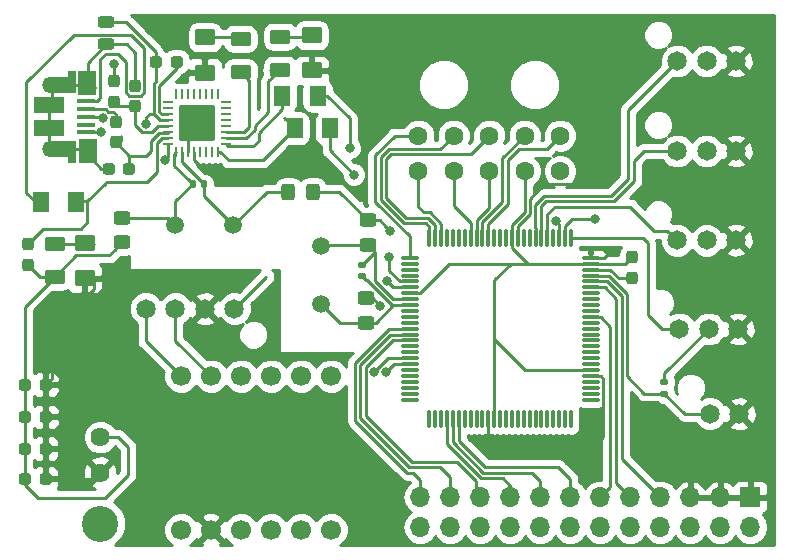
<source format=gtl>
G04 #@! TF.GenerationSoftware,KiCad,Pcbnew,(6.0.7)*
G04 #@! TF.CreationDate,2022-12-18T06:42:30+05:30*
G04 #@! TF.ProjectId,MicrocontrollerPcb,4d696372-6f63-46f6-9e74-726f6c6c6572,rev?*
G04 #@! TF.SameCoordinates,Original*
G04 #@! TF.FileFunction,Copper,L1,Top*
G04 #@! TF.FilePolarity,Positive*
%FSLAX46Y46*%
G04 Gerber Fmt 4.6, Leading zero omitted, Abs format (unit mm)*
G04 Created by KiCad (PCBNEW (6.0.7)) date 2022-12-18 06:42:30*
%MOMM*%
%LPD*%
G01*
G04 APERTURE LIST*
G04 Aperture macros list*
%AMRoundRect*
0 Rectangle with rounded corners*
0 $1 Rounding radius*
0 $2 $3 $4 $5 $6 $7 $8 $9 X,Y pos of 4 corners*
0 Add a 4 corners polygon primitive as box body*
4,1,4,$2,$3,$4,$5,$6,$7,$8,$9,$2,$3,0*
0 Add four circle primitives for the rounded corners*
1,1,$1+$1,$2,$3*
1,1,$1+$1,$4,$5*
1,1,$1+$1,$6,$7*
1,1,$1+$1,$8,$9*
0 Add four rect primitives between the rounded corners*
20,1,$1+$1,$2,$3,$4,$5,0*
20,1,$1+$1,$4,$5,$6,$7,0*
20,1,$1+$1,$6,$7,$8,$9,0*
20,1,$1+$1,$8,$9,$2,$3,0*%
G04 Aperture macros list end*
G04 #@! TA.AperFunction,ComponentPad*
%ADD10R,1.700000X1.700000*%
G04 #@! TD*
G04 #@! TA.AperFunction,ComponentPad*
%ADD11O,1.700000X1.700000*%
G04 #@! TD*
G04 #@! TA.AperFunction,ComponentPad*
%ADD12C,1.500000*%
G04 #@! TD*
G04 #@! TA.AperFunction,SMDPad,CuDef*
%ADD13RoundRect,0.250001X0.462499X0.624999X-0.462499X0.624999X-0.462499X-0.624999X0.462499X-0.624999X0*%
G04 #@! TD*
G04 #@! TA.AperFunction,SMDPad,CuDef*
%ADD14RoundRect,0.237500X-0.287500X-0.237500X0.287500X-0.237500X0.287500X0.237500X-0.287500X0.237500X0*%
G04 #@! TD*
G04 #@! TA.AperFunction,SMDPad,CuDef*
%ADD15RoundRect,0.237500X0.287500X0.237500X-0.287500X0.237500X-0.287500X-0.237500X0.287500X-0.237500X0*%
G04 #@! TD*
G04 #@! TA.AperFunction,SMDPad,CuDef*
%ADD16RoundRect,0.237500X0.237500X-0.287500X0.237500X0.287500X-0.237500X0.287500X-0.237500X-0.287500X0*%
G04 #@! TD*
G04 #@! TA.AperFunction,SMDPad,CuDef*
%ADD17RoundRect,0.250000X0.450000X-0.325000X0.450000X0.325000X-0.450000X0.325000X-0.450000X-0.325000X0*%
G04 #@! TD*
G04 #@! TA.AperFunction,SMDPad,CuDef*
%ADD18RoundRect,0.250000X-0.325000X-0.450000X0.325000X-0.450000X0.325000X0.450000X-0.325000X0.450000X0*%
G04 #@! TD*
G04 #@! TA.AperFunction,SMDPad,CuDef*
%ADD19RoundRect,0.250000X-0.450000X0.325000X-0.450000X-0.325000X0.450000X-0.325000X0.450000X0.325000X0*%
G04 #@! TD*
G04 #@! TA.AperFunction,SMDPad,CuDef*
%ADD20R,2.000000X1.350000*%
G04 #@! TD*
G04 #@! TA.AperFunction,SMDPad,CuDef*
%ADD21R,0.700000X1.825000*%
G04 #@! TD*
G04 #@! TA.AperFunction,SMDPad,CuDef*
%ADD22R,1.500000X2.000000*%
G04 #@! TD*
G04 #@! TA.AperFunction,SMDPad,CuDef*
%ADD23R,1.650000X0.400000*%
G04 #@! TD*
G04 #@! TA.AperFunction,ComponentPad*
%ADD24O,1.500000X1.100000*%
G04 #@! TD*
G04 #@! TA.AperFunction,ComponentPad*
%ADD25O,1.700000X1.350000*%
G04 #@! TD*
G04 #@! TA.AperFunction,SMDPad,CuDef*
%ADD26R,2.500000X1.430000*%
G04 #@! TD*
G04 #@! TA.AperFunction,SMDPad,CuDef*
%ADD27RoundRect,0.250000X0.625000X-0.375000X0.625000X0.375000X-0.625000X0.375000X-0.625000X-0.375000X0*%
G04 #@! TD*
G04 #@! TA.AperFunction,ComponentPad*
%ADD28C,1.650000*%
G04 #@! TD*
G04 #@! TA.AperFunction,ComponentPad*
%ADD29C,1.605000*%
G04 #@! TD*
G04 #@! TA.AperFunction,ComponentPad*
%ADD30C,1.700000*%
G04 #@! TD*
G04 #@! TA.AperFunction,ComponentPad*
%ADD31C,1.620000*%
G04 #@! TD*
G04 #@! TA.AperFunction,ComponentPad*
%ADD32C,3.050000*%
G04 #@! TD*
G04 #@! TA.AperFunction,SMDPad,CuDef*
%ADD33RoundRect,0.249999X1.300001X-1.300001X1.300001X1.300001X-1.300001X1.300001X-1.300001X-1.300001X0*%
G04 #@! TD*
G04 #@! TA.AperFunction,SMDPad,CuDef*
%ADD34RoundRect,0.062500X0.062500X-0.375000X0.062500X0.375000X-0.062500X0.375000X-0.062500X-0.375000X0*%
G04 #@! TD*
G04 #@! TA.AperFunction,SMDPad,CuDef*
%ADD35RoundRect,0.062500X0.375000X-0.062500X0.375000X0.062500X-0.375000X0.062500X-0.375000X-0.062500X0*%
G04 #@! TD*
G04 #@! TA.AperFunction,SMDPad,CuDef*
%ADD36RoundRect,0.075000X-0.075000X0.662500X-0.075000X-0.662500X0.075000X-0.662500X0.075000X0.662500X0*%
G04 #@! TD*
G04 #@! TA.AperFunction,SMDPad,CuDef*
%ADD37RoundRect,0.075000X-0.662500X0.075000X-0.662500X-0.075000X0.662500X-0.075000X0.662500X0.075000X0*%
G04 #@! TD*
G04 #@! TA.AperFunction,SMDPad,CuDef*
%ADD38RoundRect,0.147500X-0.172500X0.147500X-0.172500X-0.147500X0.172500X-0.147500X0.172500X0.147500X0*%
G04 #@! TD*
G04 #@! TA.AperFunction,SMDPad,CuDef*
%ADD39RoundRect,0.147500X-0.147500X-0.172500X0.147500X-0.172500X0.147500X0.172500X-0.147500X0.172500X0*%
G04 #@! TD*
G04 #@! TA.AperFunction,SMDPad,CuDef*
%ADD40RoundRect,0.147500X0.172500X-0.147500X0.172500X0.147500X-0.172500X0.147500X-0.172500X-0.147500X0*%
G04 #@! TD*
G04 #@! TA.AperFunction,SMDPad,CuDef*
%ADD41RoundRect,0.243750X-0.456250X0.243750X-0.456250X-0.243750X0.456250X-0.243750X0.456250X0.243750X0*%
G04 #@! TD*
G04 #@! TA.AperFunction,SMDPad,CuDef*
%ADD42RoundRect,0.250001X-0.624999X0.462499X-0.624999X-0.462499X0.624999X-0.462499X0.624999X0.462499X0*%
G04 #@! TD*
G04 #@! TA.AperFunction,SMDPad,CuDef*
%ADD43RoundRect,0.250001X0.624999X-0.462499X0.624999X0.462499X-0.624999X0.462499X-0.624999X-0.462499X0*%
G04 #@! TD*
G04 #@! TA.AperFunction,ViaPad*
%ADD44C,0.800000*%
G04 #@! TD*
G04 #@! TA.AperFunction,Conductor*
%ADD45C,0.250000*%
G04 #@! TD*
G04 #@! TA.AperFunction,Conductor*
%ADD46C,0.254000*%
G04 #@! TD*
G04 APERTURE END LIST*
D10*
X206170000Y-106980000D03*
D11*
X206170000Y-109520000D03*
X203630000Y-106980000D03*
X203630000Y-109520000D03*
X201090000Y-106980000D03*
X201090000Y-109520000D03*
X198550000Y-106980000D03*
X198550000Y-109520000D03*
X196010000Y-106980000D03*
X196010000Y-109520000D03*
X193470000Y-106980000D03*
X193470000Y-109520000D03*
X190930000Y-106980000D03*
X190930000Y-109520000D03*
X188390000Y-106980000D03*
X188390000Y-109520000D03*
X185850000Y-106980000D03*
X185850000Y-109520000D03*
X183310000Y-106980000D03*
X183310000Y-109520000D03*
X180770000Y-106980000D03*
X180770000Y-109520000D03*
X178230000Y-106980000D03*
X178230000Y-109520000D03*
D12*
X169850000Y-85760000D03*
X169850000Y-90640000D03*
D13*
X149077500Y-81990000D03*
X146102500Y-81990000D03*
D14*
X144780000Y-102870000D03*
X146530000Y-102870000D03*
D15*
X155855000Y-70100000D03*
X157605000Y-70100000D03*
D16*
X196130000Y-88435000D03*
X196130000Y-86685000D03*
D14*
X146535000Y-100180000D03*
X144785000Y-100180000D03*
X144785000Y-97450000D03*
X146535000Y-97450000D03*
X146530000Y-105410000D03*
X144780000Y-105410000D03*
D16*
X145020000Y-87325000D03*
X145020000Y-85575000D03*
D17*
X173660000Y-92215000D03*
X173660000Y-90165000D03*
D18*
X169125000Y-81120000D03*
X167075000Y-81120000D03*
D19*
X153020000Y-83345000D03*
X153020000Y-85395000D03*
D17*
X173790000Y-83555000D03*
X173790000Y-85605000D03*
D20*
X148005000Y-77535000D03*
X148005000Y-72055000D03*
D21*
X148755000Y-71835000D03*
X148755000Y-77785000D03*
D22*
X150055000Y-71935000D03*
X150075000Y-77685000D03*
D23*
X149955000Y-73485000D03*
X149955000Y-74135000D03*
X149955000Y-74785000D03*
X149955000Y-75435000D03*
X149955000Y-76085000D03*
D24*
X150075000Y-72365000D03*
X150075000Y-77205000D03*
D25*
X147075000Y-72055000D03*
X147075000Y-77515000D03*
D26*
X146805000Y-73825000D03*
X146805000Y-75745000D03*
D12*
X157509857Y-83959115D03*
X162389857Y-83959115D03*
D27*
X147300000Y-88330000D03*
X147300000Y-85530000D03*
X163020000Y-68170000D03*
X163020000Y-70970000D03*
X166360000Y-70790000D03*
X166360000Y-67990000D03*
D28*
X200170000Y-92750000D03*
X202670000Y-92750000D03*
X205170000Y-92750000D03*
X204990000Y-85240000D03*
X202490000Y-85240000D03*
X199990000Y-85240000D03*
X199990000Y-70060000D03*
X202490000Y-70060000D03*
X204990000Y-70060000D03*
X204990000Y-77680000D03*
X202490000Y-77680000D03*
X199990000Y-77680000D03*
D29*
X190070000Y-79380000D03*
X187070000Y-79380000D03*
X184070000Y-79380000D03*
X181070000Y-79380000D03*
X178070000Y-79380000D03*
X190070000Y-76380000D03*
X187070000Y-76380000D03*
X184070000Y-76380000D03*
X181070000Y-76380000D03*
X178070000Y-76380000D03*
D30*
X170680000Y-109750000D03*
X168140000Y-109750000D03*
X163060000Y-109750000D03*
X165600000Y-109750000D03*
X157980000Y-109750000D03*
X160520000Y-109750000D03*
X160520000Y-96750000D03*
X157980000Y-96750000D03*
X165600000Y-96750000D03*
X163060000Y-96750000D03*
X168140000Y-96750000D03*
X170680000Y-96750000D03*
D28*
X205250000Y-99910000D03*
X202750000Y-99910000D03*
X155000000Y-91030000D03*
X157500000Y-91030000D03*
X160000000Y-91030000D03*
X162500000Y-91030000D03*
D31*
X151130000Y-104900000D03*
X151130000Y-101900000D03*
D32*
X151130000Y-109220000D03*
D33*
X159330000Y-75320000D03*
D34*
X157580000Y-77757500D03*
X158080000Y-77757500D03*
X158580000Y-77757500D03*
X159080000Y-77757500D03*
X159580000Y-77757500D03*
X160080000Y-77757500D03*
X160580000Y-77757500D03*
X161080000Y-77757500D03*
D35*
X161767500Y-77070000D03*
X161767500Y-76570000D03*
X161767500Y-76070000D03*
X161767500Y-75570000D03*
X161767500Y-75070000D03*
X161767500Y-74570000D03*
X161767500Y-74070000D03*
X161767500Y-73570000D03*
D34*
X161080000Y-72882500D03*
X160580000Y-72882500D03*
X160080000Y-72882500D03*
X159580000Y-72882500D03*
X159080000Y-72882500D03*
X158580000Y-72882500D03*
X158080000Y-72882500D03*
X157580000Y-72882500D03*
D35*
X156892500Y-73570000D03*
X156892500Y-74070000D03*
X156892500Y-74570000D03*
X156892500Y-75070000D03*
X156892500Y-75570000D03*
X156892500Y-76070000D03*
X156892500Y-76570000D03*
X156892500Y-77070000D03*
D36*
X191000000Y-85057500D03*
X190500000Y-85057500D03*
X190000000Y-85057500D03*
X189500000Y-85057500D03*
X189000000Y-85057500D03*
X188500000Y-85057500D03*
X188000000Y-85057500D03*
X187500000Y-85057500D03*
X187000000Y-85057500D03*
X186500000Y-85057500D03*
X186000000Y-85057500D03*
X185500000Y-85057500D03*
X185000000Y-85057500D03*
X184500000Y-85057500D03*
X184000000Y-85057500D03*
X183500000Y-85057500D03*
X183000000Y-85057500D03*
X182500000Y-85057500D03*
X182000000Y-85057500D03*
X181500000Y-85057500D03*
X181000000Y-85057500D03*
X180500000Y-85057500D03*
X180000000Y-85057500D03*
X179500000Y-85057500D03*
X179000000Y-85057500D03*
D37*
X177337500Y-86720000D03*
X177337500Y-87220000D03*
X177337500Y-87720000D03*
X177337500Y-88220000D03*
X177337500Y-88720000D03*
X177337500Y-89220000D03*
X177337500Y-89720000D03*
X177337500Y-90220000D03*
X177337500Y-90720000D03*
X177337500Y-91220000D03*
X177337500Y-91720000D03*
X177337500Y-92220000D03*
X177337500Y-92720000D03*
X177337500Y-93220000D03*
X177337500Y-93720000D03*
X177337500Y-94220000D03*
X177337500Y-94720000D03*
X177337500Y-95220000D03*
X177337500Y-95720000D03*
X177337500Y-96220000D03*
X177337500Y-96720000D03*
X177337500Y-97220000D03*
X177337500Y-97720000D03*
X177337500Y-98220000D03*
X177337500Y-98720000D03*
D36*
X179000000Y-100382500D03*
X179500000Y-100382500D03*
X180000000Y-100382500D03*
X180500000Y-100382500D03*
X181000000Y-100382500D03*
X181500000Y-100382500D03*
X182000000Y-100382500D03*
X182500000Y-100382500D03*
X183000000Y-100382500D03*
X183500000Y-100382500D03*
X184000000Y-100382500D03*
X184500000Y-100382500D03*
X185000000Y-100382500D03*
X185500000Y-100382500D03*
X186000000Y-100382500D03*
X186500000Y-100382500D03*
X187000000Y-100382500D03*
X187500000Y-100382500D03*
X188000000Y-100382500D03*
X188500000Y-100382500D03*
X189000000Y-100382500D03*
X189500000Y-100382500D03*
X190000000Y-100382500D03*
X190500000Y-100382500D03*
X191000000Y-100382500D03*
D37*
X192662500Y-98720000D03*
X192662500Y-98220000D03*
X192662500Y-97720000D03*
X192662500Y-97220000D03*
X192662500Y-96720000D03*
X192662500Y-96220000D03*
X192662500Y-95720000D03*
X192662500Y-95220000D03*
X192662500Y-94720000D03*
X192662500Y-94220000D03*
X192662500Y-93720000D03*
X192662500Y-93220000D03*
X192662500Y-92720000D03*
X192662500Y-92220000D03*
X192662500Y-91720000D03*
X192662500Y-91220000D03*
X192662500Y-90720000D03*
X192662500Y-90220000D03*
X192662500Y-89720000D03*
X192662500Y-89220000D03*
X192662500Y-88720000D03*
X192662500Y-88220000D03*
X192662500Y-87720000D03*
X192662500Y-87220000D03*
X192662500Y-86720000D03*
D38*
X198910000Y-98210000D03*
X198910000Y-97240000D03*
D39*
X158955000Y-80490000D03*
X159925000Y-80490000D03*
D40*
X173320000Y-87305000D03*
X173320000Y-88275000D03*
D16*
X152310000Y-71745000D03*
X152310000Y-73495000D03*
X152480000Y-76940000D03*
X152480000Y-75190000D03*
X154080000Y-72145000D03*
X154080000Y-73895000D03*
D15*
X153615000Y-79170000D03*
X151865000Y-79170000D03*
D41*
X151650000Y-66762500D03*
X151650000Y-68637500D03*
D42*
X159990000Y-68060000D03*
X159990000Y-71035000D03*
X169050000Y-70857500D03*
X169050000Y-67882500D03*
D43*
X149830000Y-88437500D03*
X149830000Y-85462500D03*
D13*
X167592500Y-75770000D03*
X170567500Y-75770000D03*
X169537500Y-73000000D03*
X166562500Y-73000000D03*
D44*
X161110000Y-79310000D03*
X194280000Y-86220000D03*
X156640030Y-78421840D03*
X175399448Y-88650552D03*
X193020000Y-79720000D03*
X192470000Y-103160000D03*
X175340000Y-96430000D03*
X174342870Y-96354269D03*
X158580000Y-76070000D03*
X160420000Y-76100000D03*
X160410000Y-74340000D03*
X158470000Y-74350000D03*
X174850000Y-90810000D03*
X175690000Y-84440000D03*
X175620000Y-86650000D03*
X193010000Y-83470000D03*
X172260000Y-77430000D03*
X189725000Y-83630000D03*
X172610000Y-79670000D03*
X151211729Y-76051668D03*
X155050000Y-75350000D03*
X151354339Y-74883753D03*
X152310000Y-70300000D03*
D45*
X146535000Y-105405000D02*
X146530000Y-105410000D01*
X146535000Y-97450000D02*
X146535000Y-105405000D01*
X150620000Y-105410000D02*
X151130000Y-104900000D01*
X146530000Y-105410000D02*
X150620000Y-105410000D01*
X151575000Y-88547500D02*
X151597500Y-88570000D01*
X150600000Y-88547500D02*
X151575000Y-88547500D01*
X157540000Y-88570000D02*
X160000000Y-91030000D01*
X151597500Y-88570000D02*
X157540000Y-88570000D01*
X150600000Y-89360000D02*
X147070000Y-92890000D01*
X150600000Y-88547500D02*
X150600000Y-89360000D01*
X147070000Y-96915000D02*
X146535000Y-97450000D01*
X147070000Y-92890000D02*
X147070000Y-96915000D01*
X187525000Y-83021410D02*
X187525000Y-81715000D01*
X186500000Y-85057500D02*
X186500000Y-84046410D01*
X186500000Y-84046410D02*
X187525000Y-83021410D01*
X187525000Y-81715000D02*
X188732499Y-80507501D01*
X159080000Y-78440000D02*
X159670000Y-79030000D01*
X159080000Y-77757500D02*
X159080000Y-78440000D01*
X192662500Y-86720000D02*
X193780000Y-86720000D01*
X193780000Y-86720000D02*
X194280000Y-86220000D01*
X156892500Y-77070000D02*
X156892500Y-78169370D01*
X156892500Y-78169370D02*
X156640030Y-78421840D01*
X177337500Y-89220000D02*
X175968896Y-89220000D01*
X175968896Y-89220000D02*
X175399448Y-88650552D01*
X191060000Y-80507501D02*
X191532499Y-80507501D01*
X191060000Y-80507501D02*
X191272499Y-80507501D01*
X188732499Y-80507501D02*
X191060000Y-80507501D01*
X184000000Y-100382500D02*
X184000000Y-103160000D01*
X192480000Y-103160000D02*
X192470000Y-103160000D01*
X193725010Y-96945010D02*
X193725010Y-101914990D01*
X192662500Y-96720000D02*
X193500000Y-96720000D01*
X193500000Y-96720000D02*
X193725010Y-96945010D01*
X193725010Y-101914990D02*
X192480000Y-103160000D01*
X192470000Y-103160000D02*
X184000000Y-103160000D01*
X150592500Y-85580000D02*
X150600000Y-85572500D01*
X149762500Y-85530000D02*
X149830000Y-85462500D01*
X147300000Y-85530000D02*
X149762500Y-85530000D01*
X177337500Y-95720000D02*
X176050000Y-95720000D01*
X176050000Y-95720000D02*
X175340000Y-96430000D01*
X177337500Y-95220000D02*
X175477139Y-95220000D01*
X175477139Y-95220000D02*
X174342870Y-96354269D01*
X144785000Y-102865000D02*
X144780000Y-102870000D01*
X144785000Y-97450000D02*
X144785000Y-102865000D01*
X144780000Y-103445000D02*
X144780000Y-105410000D01*
X144780000Y-102870000D02*
X144780000Y-103445000D01*
X152660000Y-101900000D02*
X151130000Y-101900000D01*
X144780000Y-105985000D02*
X145845000Y-107050000D01*
X144780000Y-105410000D02*
X144780000Y-105985000D01*
X145845000Y-107050000D02*
X151530000Y-107050000D01*
X151530000Y-107050000D02*
X153500000Y-105080000D01*
X153500000Y-105080000D02*
X153500000Y-102740000D01*
X153500000Y-102740000D02*
X152660000Y-101900000D01*
X185975010Y-85032510D02*
X186000000Y-85057500D01*
X185975010Y-83934990D02*
X185975010Y-85032510D01*
X187070000Y-82840000D02*
X185975010Y-83934990D01*
X187070000Y-79380000D02*
X187070000Y-82840000D01*
X198910000Y-96510000D02*
X198910000Y-97240000D01*
X202670000Y-92750000D02*
X198910000Y-96510000D01*
X186000000Y-85895000D02*
X186000000Y-85057500D01*
X186000000Y-85900000D02*
X186000000Y-85895000D01*
X187320000Y-87220000D02*
X186000000Y-85900000D01*
X178175000Y-89720000D02*
X180675000Y-87220000D01*
X177337500Y-89720000D02*
X178175000Y-89720000D01*
X192662500Y-87220000D02*
X187370000Y-87220000D01*
X187370000Y-87220000D02*
X187320000Y-87220000D01*
X184500000Y-88600000D02*
X185880000Y-87220000D01*
X180675000Y-87220000D02*
X185880000Y-87220000D01*
X185880000Y-87220000D02*
X187370000Y-87220000D01*
X146604290Y-89045710D02*
X144785000Y-90865000D01*
X147300000Y-88330000D02*
X146604290Y-89025710D01*
X146604290Y-89025710D02*
X146604290Y-89045710D01*
X144785000Y-90865000D02*
X144785000Y-97450000D01*
X146025000Y-88330000D02*
X145020000Y-87325000D01*
X147300000Y-88330000D02*
X146025000Y-88330000D01*
X152396628Y-86018372D02*
X153020000Y-85395000D01*
X151914990Y-86500010D02*
X152396628Y-86018372D01*
X149129990Y-86500010D02*
X151914990Y-86500010D01*
X147300000Y-88330000D02*
X149129990Y-86500010D01*
X171355000Y-81120000D02*
X173790000Y-83555000D01*
X169125000Y-81120000D02*
X171355000Y-81120000D01*
X165190000Y-88340000D02*
X162500000Y-91030000D01*
X187100000Y-96220000D02*
X184500000Y-93620000D01*
X192662500Y-96220000D02*
X187100000Y-96220000D01*
X184500000Y-100382500D02*
X184500000Y-93620000D01*
X184500000Y-93620000D02*
X184500000Y-88600000D01*
X195595000Y-87220000D02*
X196130000Y-86685000D01*
X192662500Y-87220000D02*
X195595000Y-87220000D01*
X159330000Y-76470000D02*
X159330000Y-76470000D01*
X158580000Y-76070000D02*
X158580000Y-76070000D01*
X158580000Y-77757500D02*
X158580000Y-76070000D01*
X158580000Y-76070000D02*
X159330000Y-75320000D01*
X174205000Y-90165000D02*
X174850000Y-90810000D01*
X173660000Y-90165000D02*
X174205000Y-90165000D01*
X173790000Y-83555000D02*
X174805000Y-83555000D01*
X175290001Y-84040001D02*
X175690000Y-84440000D01*
X174805000Y-83555000D02*
X175290001Y-84040001D01*
X200610000Y-99910000D02*
X202750000Y-99910000D01*
X198910000Y-98210000D02*
X200610000Y-99910000D01*
X194176410Y-88220000D02*
X195740010Y-89783600D01*
X192662500Y-88220000D02*
X194176410Y-88220000D01*
X195740010Y-89783600D02*
X195740010Y-96730010D01*
X197220000Y-98210000D02*
X198910000Y-98210000D01*
X195740010Y-96730010D02*
X197220000Y-98210000D01*
X170005000Y-85605000D02*
X169850000Y-85760000D01*
X173790000Y-85605000D02*
X170005000Y-85605000D01*
X174413372Y-86228372D02*
X173790000Y-85605000D01*
X174413372Y-88689782D02*
X174413372Y-86228372D01*
X177337500Y-90220000D02*
X175943590Y-90220000D01*
X173670912Y-86970832D02*
X174413372Y-86228372D01*
X173654168Y-86970832D02*
X173670912Y-86970832D01*
X173320000Y-87305000D02*
X173654168Y-86970832D01*
X174413372Y-88689782D02*
X175943590Y-90220000D01*
X169850000Y-90640000D02*
X169930000Y-90720000D01*
X171425000Y-92215000D02*
X173660000Y-92215000D01*
X169850000Y-90640000D02*
X171425000Y-92215000D01*
X176500000Y-90720000D02*
X177337500Y-90720000D01*
X175955000Y-90720000D02*
X176500000Y-90720000D01*
X174460000Y-92215000D02*
X175955000Y-90720000D01*
X173660000Y-92215000D02*
X174460000Y-92215000D01*
X173320000Y-88275000D02*
X173654168Y-88609168D01*
X175803190Y-90720000D02*
X175955000Y-90720000D01*
X173692358Y-88609168D02*
X175803190Y-90720000D01*
X173654168Y-88609168D02*
X173692358Y-88609168D01*
X175620000Y-87840000D02*
X175620000Y-86650000D01*
X177337500Y-88720000D02*
X176500000Y-88720000D01*
X176500000Y-88720000D02*
X175620000Y-87840000D01*
X199165001Y-84415001D02*
X199990000Y-85240000D01*
X198011411Y-84415001D02*
X199165001Y-84415001D01*
X195996430Y-82400020D02*
X198011411Y-84415001D01*
X189629980Y-82400020D02*
X195996430Y-82400020D01*
X189000000Y-85057500D02*
X189000000Y-83030000D01*
X189000000Y-83030000D02*
X189629980Y-82400020D01*
X197160000Y-77680000D02*
X199990000Y-77680000D01*
X188500000Y-85057500D02*
X188500000Y-82366410D01*
X188500000Y-82366410D02*
X188916400Y-81950010D01*
X188916400Y-81950010D02*
X194606400Y-81950010D01*
X194606400Y-81950010D02*
X196340010Y-80216400D01*
X196340010Y-80216400D02*
X196340010Y-78499990D01*
X196340010Y-78499990D02*
X197160000Y-77680000D01*
X188000000Y-84220000D02*
X187980000Y-84200000D01*
X188000000Y-84220000D02*
X188000000Y-85057500D01*
X187975010Y-82254990D02*
X187975010Y-84229308D01*
X188730000Y-81500000D02*
X187975010Y-82254990D01*
X199165001Y-70884999D02*
X199155001Y-70884999D01*
X199990000Y-70060000D02*
X199165001Y-70884999D01*
X199155001Y-70884999D02*
X195840000Y-74200000D01*
X195840000Y-74200000D02*
X195840000Y-80010000D01*
X195840000Y-80010000D02*
X194350000Y-81500000D01*
X194350000Y-81500000D02*
X188730000Y-81500000D01*
X177337500Y-86470000D02*
X177337500Y-86720000D01*
X177337500Y-84883910D02*
X177337500Y-86470000D01*
X174430000Y-81976410D02*
X177337500Y-84883910D01*
X174430000Y-78040000D02*
X174430000Y-81976410D01*
X178070000Y-76380000D02*
X176090000Y-76380000D01*
X176090000Y-76380000D02*
X174430000Y-78040000D01*
X179000000Y-84110000D02*
X179000000Y-85057500D01*
X179942499Y-77507501D02*
X175612499Y-77507501D01*
X181070000Y-76380000D02*
X179942499Y-77507501D01*
X175612499Y-77507501D02*
X174910010Y-78209990D01*
X178680000Y-83790000D02*
X179000000Y-84110000D01*
X174910010Y-78209990D02*
X174910010Y-81820010D01*
X174910010Y-81820010D02*
X176880000Y-83790000D01*
X176880000Y-83790000D02*
X178680000Y-83790000D01*
X179500000Y-84220000D02*
X179500000Y-85057500D01*
X179500000Y-83973590D02*
X179500000Y-84220000D01*
X178866401Y-83339991D02*
X179500000Y-83973590D01*
X177066419Y-83339991D02*
X178866401Y-83339991D01*
X182492489Y-77957511D02*
X175798899Y-77957511D01*
X175798899Y-77957511D02*
X175360020Y-78396390D01*
X175360020Y-78396390D02*
X175360020Y-81633610D01*
X175360020Y-81633610D02*
X177066410Y-83340000D01*
X184070000Y-76380000D02*
X182492489Y-77957511D01*
X177066410Y-83340000D02*
X177066419Y-83339991D01*
X183500000Y-84220000D02*
X183500000Y-85057500D01*
X183500000Y-83696410D02*
X183500000Y-84220000D01*
X185197501Y-81998909D02*
X183500000Y-83696410D01*
X187070000Y-76380000D02*
X185197501Y-78252499D01*
X185197501Y-78252499D02*
X185197501Y-81998909D01*
X188942499Y-77507501D02*
X190070000Y-76380000D01*
X186578909Y-77507501D02*
X188942499Y-77507501D01*
X185647511Y-78438899D02*
X186578909Y-77507501D01*
X185647511Y-82185309D02*
X185647511Y-78438899D01*
X184000000Y-85057500D02*
X184000000Y-83832820D01*
X184000000Y-83832820D02*
X185647511Y-82185309D01*
X180000000Y-83837180D02*
X179032820Y-82870000D01*
X180000000Y-85057500D02*
X180000000Y-83837180D01*
X179032820Y-82870000D02*
X178550000Y-82870000D01*
X178070000Y-82390000D02*
X178070000Y-79380000D01*
X178550000Y-82870000D02*
X178070000Y-82390000D01*
X182500000Y-83790000D02*
X182500000Y-85057500D01*
X181070000Y-79380000D02*
X181070000Y-82360000D01*
X181070000Y-82360000D02*
X182500000Y-83790000D01*
X184070000Y-80514906D02*
X184080000Y-80524906D01*
X184070000Y-79380000D02*
X184070000Y-80514906D01*
X184080000Y-80524906D02*
X184080000Y-82480000D01*
X183000000Y-83560000D02*
X183000000Y-85057500D01*
X184080000Y-82480000D02*
X183000000Y-83560000D01*
X172717850Y-95605740D02*
X172717850Y-100507850D01*
X177337500Y-92720000D02*
X175603590Y-92720000D01*
X175603590Y-92720000D02*
X172717850Y-95605740D01*
X177120019Y-104910019D02*
X177640019Y-104910019D01*
X172717850Y-100507850D02*
X177120019Y-104910019D01*
X178230000Y-105500000D02*
X178230000Y-106980000D01*
X177640019Y-104910019D02*
X178230000Y-105500000D01*
X176450010Y-93269990D02*
X175690010Y-93269990D01*
X177337500Y-93220000D02*
X176500000Y-93220000D01*
X176500000Y-93220000D02*
X176450010Y-93269990D01*
X173167860Y-95792140D02*
X173167860Y-100317860D01*
X175690010Y-93269990D02*
X173167860Y-95792140D01*
X177310009Y-104460009D02*
X179920009Y-104460009D01*
X173167860Y-100317860D02*
X177310009Y-104460009D01*
X180770000Y-105310000D02*
X180770000Y-106980000D01*
X179920009Y-104460009D02*
X180770000Y-105310000D01*
X182950000Y-106620000D02*
X183310000Y-106980000D01*
X175904137Y-93720000D02*
X173617869Y-96006268D01*
X177337500Y-93720000D02*
X175904137Y-93720000D01*
X182950000Y-105590000D02*
X182950000Y-106620000D01*
X173617869Y-96006268D02*
X173617869Y-100117869D01*
X173617869Y-100117869D02*
X177510000Y-104010000D01*
X182940000Y-105590000D02*
X182950000Y-105590000D01*
X177510000Y-104010000D02*
X181360000Y-104010000D01*
X181360000Y-104010000D02*
X182940000Y-105590000D01*
X185850000Y-106040000D02*
X185850000Y-106980000D01*
X185210000Y-105400000D02*
X185850000Y-106040000D01*
X183407180Y-105400000D02*
X185210000Y-105400000D01*
X180500000Y-100382500D02*
X180500000Y-102492820D01*
X180500000Y-102492820D02*
X183407180Y-105400000D01*
X188390000Y-105620000D02*
X188390000Y-106980000D01*
X187710000Y-104940000D02*
X188390000Y-105620000D01*
X183583590Y-104940000D02*
X187710000Y-104940000D01*
X181000000Y-100382500D02*
X181000000Y-102356410D01*
X181000000Y-102356410D02*
X183583590Y-104940000D01*
X181500000Y-101220000D02*
X181540000Y-101260000D01*
X181500000Y-100382500D02*
X181500000Y-101220000D01*
X181540000Y-101260000D02*
X181540000Y-102260000D01*
X181540000Y-102260000D02*
X183750000Y-104470000D01*
X183750000Y-104470000D02*
X189930000Y-104470000D01*
X190930000Y-105470000D02*
X190930000Y-106980000D01*
X189930000Y-104470000D02*
X190930000Y-105470000D01*
X194330000Y-92550000D02*
X194330000Y-106120000D01*
X192662500Y-91720000D02*
X193500000Y-91720000D01*
X193500000Y-91720000D02*
X194330000Y-92550000D01*
X194330000Y-106120000D02*
X193470000Y-106980000D01*
X193840000Y-89220000D02*
X192662500Y-89220000D01*
X194800000Y-90180000D02*
X193840000Y-89220000D01*
X196010000Y-106980000D02*
X194800000Y-105770000D01*
X194800000Y-105770000D02*
X194800000Y-90180000D01*
X195290000Y-103720000D02*
X198550000Y-106980000D01*
X195290000Y-89970000D02*
X195290000Y-103720000D01*
X192662500Y-88720000D02*
X194040000Y-88720000D01*
X194040000Y-88720000D02*
X195290000Y-89970000D01*
X155000000Y-93770000D02*
X157980000Y-96750000D01*
X155000000Y-91030000D02*
X155000000Y-93770000D01*
X157500000Y-93730000D02*
X160520000Y-96750000D01*
X157500000Y-91030000D02*
X157500000Y-93730000D01*
X190500000Y-85057500D02*
X190500000Y-84067908D01*
X191097908Y-83470000D02*
X193010000Y-83470000D01*
X190500000Y-84067908D02*
X191097908Y-83470000D01*
X172260000Y-74910000D02*
X172260000Y-77430000D01*
X169537500Y-73000000D02*
X170350000Y-73000000D01*
X170350000Y-73000000D02*
X172260000Y-74910000D01*
X164076790Y-77265710D02*
X164552500Y-76790000D01*
X161963210Y-77265710D02*
X164076790Y-77265710D01*
X161767500Y-77070000D02*
X161963210Y-77265710D01*
X164552500Y-76163910D02*
X164552500Y-76790000D01*
X166562500Y-74153910D02*
X164552500Y-76163910D01*
X166562500Y-73000000D02*
X166562500Y-74153910D01*
X161305000Y-77757500D02*
X162007500Y-78460000D01*
X161080000Y-77757500D02*
X161305000Y-77757500D01*
X166712500Y-74890000D02*
X167592500Y-75770000D01*
X164902500Y-78460000D02*
X162007500Y-78460000D01*
X167592500Y-75770000D02*
X164902500Y-78460000D01*
X190000000Y-85057500D02*
X190000000Y-83905000D01*
X190000000Y-83905000D02*
X189725000Y-83630000D01*
X170567500Y-77627500D02*
X172610000Y-79670000D01*
X170567500Y-75770000D02*
X170567500Y-77627500D01*
X168942500Y-67990000D02*
X169050000Y-67882500D01*
X166360000Y-67990000D02*
X168942500Y-67990000D01*
X162910000Y-68060000D02*
X163020000Y-68170000D01*
X159990000Y-68060000D02*
X162910000Y-68060000D01*
X155855000Y-71788590D02*
X155855000Y-70100000D01*
X155660000Y-71983590D02*
X155855000Y-71788590D01*
X155660000Y-74511410D02*
X155660000Y-71983590D01*
X156892500Y-75070000D02*
X156218590Y-75070000D01*
X156218590Y-75070000D02*
X155660000Y-74511410D01*
X151178397Y-76085000D02*
X151211729Y-76051668D01*
X149955000Y-76085000D02*
X151178397Y-76085000D01*
X155322905Y-74511410D02*
X155660000Y-74511410D01*
X155050000Y-74784315D02*
X155322905Y-74511410D01*
X155050000Y-75350000D02*
X155050000Y-74784315D01*
X155855000Y-70100000D02*
X155855000Y-69308589D01*
X152450000Y-66762500D02*
X151650000Y-66762500D01*
X153308911Y-66762500D02*
X152450000Y-66762500D01*
X155855000Y-69308589D02*
X153308911Y-66762500D01*
X150055000Y-71935000D02*
X150055000Y-71685000D01*
X149765000Y-72055000D02*
X150075000Y-72365000D01*
X147075000Y-72055000D02*
X149765000Y-72055000D01*
X147075000Y-73555000D02*
X146805000Y-73825000D01*
X147075000Y-72055000D02*
X147075000Y-73555000D01*
X146805000Y-73825000D02*
X146805000Y-75745000D01*
X150610000Y-78220000D02*
X150075000Y-77685000D01*
X146805000Y-77245000D02*
X147075000Y-77515000D01*
X146805000Y-75745000D02*
X146805000Y-77245000D01*
X149745000Y-77535000D02*
X150075000Y-77205000D01*
X148005000Y-77535000D02*
X149745000Y-77535000D01*
X151240000Y-79170000D02*
X151865000Y-79170000D01*
X150075000Y-78005000D02*
X151240000Y-79170000D01*
X150075000Y-77205000D02*
X150075000Y-78005000D01*
X150075000Y-70212500D02*
X151650000Y-68637500D01*
X150075000Y-72365000D02*
X150075000Y-70212500D01*
X154080000Y-69350000D02*
X154080000Y-72145000D01*
X151650000Y-68637500D02*
X153367500Y-68637500D01*
X153367500Y-68637500D02*
X154080000Y-69350000D01*
X152865000Y-76420000D02*
X152865000Y-76793590D01*
X153615000Y-78075000D02*
X152480000Y-76940000D01*
X153615000Y-79170000D02*
X153615000Y-78075000D01*
X155005000Y-78075000D02*
X153615000Y-78075000D01*
X155400000Y-77680000D02*
X155005000Y-78075000D01*
X155400000Y-76850000D02*
X155400000Y-77680000D01*
X156130009Y-76119991D02*
X155400000Y-76850000D01*
X156892500Y-76070000D02*
X156842509Y-76119991D01*
X156842509Y-76119991D02*
X156130009Y-76119991D01*
X152710000Y-73895000D02*
X152310000Y-73495000D01*
X154080000Y-73895000D02*
X152710000Y-73895000D01*
X154080000Y-75453002D02*
X154701999Y-76075001D01*
X154080000Y-73895000D02*
X154080000Y-75453002D01*
X156355000Y-75570000D02*
X156892500Y-75570000D01*
X156043590Y-75570000D02*
X156355000Y-75570000D01*
X155538589Y-76075001D02*
X156043590Y-75570000D01*
X154701999Y-76075001D02*
X155538589Y-76075001D01*
X152480000Y-74565000D02*
X152480000Y-75190000D01*
X152260010Y-74345010D02*
X152480000Y-74565000D01*
X151839500Y-74345010D02*
X152260010Y-74345010D01*
X151629490Y-74135000D02*
X151839500Y-74345010D01*
X149955000Y-74135000D02*
X151629490Y-74135000D01*
X149955000Y-74785000D02*
X151255586Y-74785000D01*
X151255586Y-74785000D02*
X151354339Y-74883753D01*
X152310000Y-70300000D02*
X152310000Y-71745000D01*
X159590832Y-80155832D02*
X159925000Y-80490000D01*
X159590832Y-80137600D02*
X159590832Y-80155832D01*
X158080000Y-78626768D02*
X159590832Y-80137600D01*
X158080000Y-77757500D02*
X158080000Y-78626768D01*
X159925000Y-81494258D02*
X162389857Y-83959115D01*
X159925000Y-80490000D02*
X159925000Y-81494258D01*
X165228972Y-81120000D02*
X167075000Y-81120000D01*
X162389857Y-83959115D02*
X165228972Y-81120000D01*
X157580000Y-83888972D02*
X157509857Y-83959115D01*
X156895742Y-83345000D02*
X157509857Y-83959115D01*
X153020000Y-83345000D02*
X156895742Y-83345000D01*
X157509857Y-81935143D02*
X158955000Y-80490000D01*
X157509857Y-83959115D02*
X157509857Y-81935143D01*
X158620832Y-80155832D02*
X158955000Y-80490000D01*
X157384290Y-78919290D02*
X158620832Y-80155832D01*
X157384290Y-77953210D02*
X157384290Y-78919290D01*
X157580000Y-77757500D02*
X157384290Y-77953210D01*
X197067500Y-85057500D02*
X191000000Y-85057500D01*
X197490011Y-85480011D02*
X197067500Y-85057500D01*
X197490011Y-91560011D02*
X197490011Y-85480011D01*
X200170000Y-92750000D02*
X198680000Y-92750000D01*
X198680000Y-92750000D02*
X197490011Y-91560011D01*
X195027820Y-88435000D02*
X196130000Y-88435000D01*
X192662500Y-87720000D02*
X194312820Y-87720000D01*
X194312820Y-87720000D02*
X195027820Y-88435000D01*
X164210000Y-75870000D02*
X164210000Y-75520000D01*
X163510000Y-76570000D02*
X164210000Y-75870000D01*
X161767500Y-76570000D02*
X163510000Y-76570000D01*
X164210000Y-75520000D02*
X165370000Y-74360000D01*
X165550000Y-70790000D02*
X166360000Y-70790000D01*
X165370000Y-71780000D02*
X166360000Y-70790000D01*
X165370000Y-74360000D02*
X165370000Y-71780000D01*
X163760000Y-71710000D02*
X163020000Y-70970000D01*
X163760000Y-75630000D02*
X163760000Y-71710000D01*
X161767500Y-76070000D02*
X163320000Y-76070000D01*
X163320000Y-76070000D02*
X163760000Y-75630000D01*
X156355000Y-74570000D02*
X156892500Y-74570000D01*
X156129990Y-74344990D02*
X156355000Y-74570000D01*
X156129990Y-72150010D02*
X156129990Y-74344990D01*
X157605000Y-70675000D02*
X156129990Y-72150010D01*
X157605000Y-70100000D02*
X157605000Y-70675000D01*
X149615000Y-81920000D02*
X150055000Y-81920000D01*
X150680000Y-81295000D02*
X150055000Y-81920000D01*
X155915020Y-77009980D02*
X156355000Y-76570000D01*
X155915020Y-79454980D02*
X155915020Y-77009980D01*
X155070000Y-80300000D02*
X155915020Y-79454980D01*
X151610000Y-80365000D02*
X151610000Y-80300000D01*
X151610000Y-80300000D02*
X155070000Y-80300000D01*
X156355000Y-76570000D02*
X156892500Y-76570000D01*
X150055000Y-81920000D02*
X151610000Y-80365000D01*
X150055000Y-83715000D02*
X150055000Y-81920000D01*
X149500000Y-84270000D02*
X150055000Y-83715000D01*
X145020000Y-85575000D02*
X146325000Y-84270000D01*
X146325000Y-84270000D02*
X149500000Y-84270000D01*
X154880010Y-70483600D02*
X154880010Y-70600000D01*
X153734990Y-67824990D02*
X154880010Y-68970010D01*
X148915010Y-67824990D02*
X153734990Y-67824990D01*
X144884290Y-71855710D02*
X148915010Y-67824990D01*
X154880010Y-68970010D02*
X154880010Y-70600000D01*
X145605000Y-81920000D02*
X144884290Y-81199290D01*
X144884290Y-81199290D02*
X144884290Y-71855710D01*
X150840002Y-73485000D02*
X149955000Y-73485000D01*
X151150010Y-73174992D02*
X150840002Y-73485000D01*
X151150010Y-69929990D02*
X151150010Y-73174992D01*
X151629990Y-69450010D02*
X151150010Y-69929990D01*
X152610010Y-69450010D02*
X151629990Y-69450010D01*
X154880010Y-72665500D02*
X154550500Y-72995010D01*
X154880010Y-70600000D02*
X154880010Y-72665500D01*
X154550500Y-72995010D02*
X153609500Y-72995010D01*
X153609500Y-72995010D02*
X153279990Y-72665500D01*
X153279990Y-72665500D02*
X153279990Y-70119990D01*
X153279990Y-70119990D02*
X152610010Y-69450010D01*
D46*
X208153000Y-111050000D02*
X171422014Y-111050000D01*
X171521185Y-111008922D01*
X171938922Y-110591185D01*
X172165000Y-110045385D01*
X172165000Y-109454615D01*
X171938922Y-108908815D01*
X171521185Y-108491078D01*
X170975385Y-108265000D01*
X170384615Y-108265000D01*
X169838815Y-108491078D01*
X169421078Y-108908815D01*
X169410000Y-108935560D01*
X169398922Y-108908815D01*
X168981185Y-108491078D01*
X168435385Y-108265000D01*
X167844615Y-108265000D01*
X167298815Y-108491078D01*
X166881078Y-108908815D01*
X166870000Y-108935560D01*
X166858922Y-108908815D01*
X166441185Y-108491078D01*
X165895385Y-108265000D01*
X165304615Y-108265000D01*
X164758815Y-108491078D01*
X164341078Y-108908815D01*
X164330000Y-108935560D01*
X164318922Y-108908815D01*
X163901185Y-108491078D01*
X163355385Y-108265000D01*
X162764615Y-108265000D01*
X162218815Y-108491078D01*
X161801078Y-108908815D01*
X161781845Y-108955247D01*
X161563958Y-108885647D01*
X160699605Y-109750000D01*
X161563958Y-110614353D01*
X161781845Y-110544753D01*
X161801078Y-110591185D01*
X162218815Y-111008922D01*
X162317986Y-111050000D01*
X161292634Y-111050000D01*
X161304080Y-111045259D01*
X161384353Y-110793958D01*
X160520000Y-109929605D01*
X159655647Y-110793958D01*
X159735920Y-111045259D01*
X159748989Y-111050000D01*
X158722014Y-111050000D01*
X158821185Y-111008922D01*
X159238922Y-110591185D01*
X159258155Y-110544753D01*
X159476042Y-110614353D01*
X160340395Y-109750000D01*
X159476042Y-108885647D01*
X159258155Y-108955247D01*
X159238922Y-108908815D01*
X159036149Y-108706042D01*
X159655647Y-108706042D01*
X160520000Y-109570395D01*
X161384353Y-108706042D01*
X161304080Y-108454741D01*
X160748721Y-108253282D01*
X160158542Y-108279685D01*
X159735920Y-108454741D01*
X159655647Y-108706042D01*
X159036149Y-108706042D01*
X158821185Y-108491078D01*
X158275385Y-108265000D01*
X157684615Y-108265000D01*
X157138815Y-108491078D01*
X156721078Y-108908815D01*
X156495000Y-109454615D01*
X156495000Y-110045385D01*
X156721078Y-110591185D01*
X157138815Y-111008922D01*
X157237986Y-111050000D01*
X152354702Y-111050000D01*
X152961160Y-110443542D01*
X153290000Y-109649651D01*
X153290000Y-108790349D01*
X152961160Y-107996458D01*
X152353542Y-107388840D01*
X152291613Y-107363188D01*
X153984473Y-105670329D01*
X154047929Y-105627929D01*
X154133409Y-105499999D01*
X154215904Y-105376538D01*
X154240068Y-105255055D01*
X154260000Y-105154852D01*
X154260000Y-105154848D01*
X154274888Y-105080000D01*
X154260000Y-105005152D01*
X154260000Y-102814846D01*
X154274888Y-102739999D01*
X154260000Y-102665152D01*
X154260000Y-102665148D01*
X154215904Y-102443463D01*
X154157737Y-102356410D01*
X154090329Y-102255526D01*
X154090327Y-102255524D01*
X154047929Y-102192071D01*
X153984475Y-102149673D01*
X153250331Y-101415529D01*
X153207929Y-101352071D01*
X152956537Y-101184096D01*
X152734852Y-101140000D01*
X152734847Y-101140000D01*
X152660000Y-101125112D01*
X152585153Y-101140000D01*
X152379255Y-101140000D01*
X152355012Y-101081473D01*
X151948527Y-100674988D01*
X151417428Y-100455000D01*
X150842572Y-100455000D01*
X150311473Y-100674988D01*
X149904988Y-101081473D01*
X149685000Y-101612572D01*
X149685000Y-102187428D01*
X149904988Y-102718527D01*
X150311473Y-103125012D01*
X150842572Y-103345000D01*
X151417428Y-103345000D01*
X151948527Y-103125012D01*
X152355012Y-102718527D01*
X152369280Y-102684081D01*
X152740001Y-103054803D01*
X152740000Y-104765198D01*
X152577885Y-104927313D01*
X152559886Y-104544945D01*
X152392144Y-104139980D01*
X152144988Y-104064617D01*
X151309605Y-104900000D01*
X151323748Y-104914143D01*
X151144143Y-105093748D01*
X151130000Y-105079605D01*
X150294617Y-105914988D01*
X150369980Y-106162144D01*
X150725018Y-106290000D01*
X147548026Y-106290000D01*
X147593327Y-106244699D01*
X147690000Y-106011310D01*
X147690000Y-105695750D01*
X147531250Y-105537000D01*
X146657000Y-105537000D01*
X146657000Y-105557000D01*
X146403000Y-105557000D01*
X146403000Y-105537000D01*
X146383000Y-105537000D01*
X146383000Y-105283000D01*
X146403000Y-105283000D01*
X146403000Y-104458750D01*
X146657000Y-104458750D01*
X146657000Y-105283000D01*
X147531250Y-105283000D01*
X147690000Y-105124250D01*
X147690000Y-104808690D01*
X147637041Y-104680834D01*
X149673084Y-104680834D01*
X149700114Y-105255055D01*
X149867856Y-105660020D01*
X150115012Y-105735383D01*
X150950395Y-104900000D01*
X150115012Y-104064617D01*
X149867856Y-104139980D01*
X149673084Y-104680834D01*
X147637041Y-104680834D01*
X147593327Y-104575301D01*
X147414698Y-104396673D01*
X147181309Y-104300000D01*
X146815750Y-104300000D01*
X146657000Y-104458750D01*
X146403000Y-104458750D01*
X146244250Y-104300000D01*
X145878691Y-104300000D01*
X145645302Y-104396673D01*
X145574540Y-104467435D01*
X145540000Y-104444356D01*
X145540000Y-103835644D01*
X145574540Y-103812565D01*
X145645302Y-103883327D01*
X145878691Y-103980000D01*
X146244250Y-103980000D01*
X146403000Y-103821250D01*
X146403000Y-102997000D01*
X146657000Y-102997000D01*
X146657000Y-103821250D01*
X146815750Y-103980000D01*
X147181309Y-103980000D01*
X147410630Y-103885012D01*
X150294617Y-103885012D01*
X151130000Y-104720395D01*
X151965383Y-103885012D01*
X151890020Y-103637856D01*
X151349166Y-103443084D01*
X150774945Y-103470114D01*
X150369980Y-103637856D01*
X150294617Y-103885012D01*
X147410630Y-103885012D01*
X147414698Y-103883327D01*
X147593327Y-103704699D01*
X147690000Y-103471310D01*
X147690000Y-103155750D01*
X147531250Y-102997000D01*
X146657000Y-102997000D01*
X146403000Y-102997000D01*
X146383000Y-102997000D01*
X146383000Y-102743000D01*
X146403000Y-102743000D01*
X146403000Y-101918750D01*
X146657000Y-101918750D01*
X146657000Y-102743000D01*
X147531250Y-102743000D01*
X147690000Y-102584250D01*
X147690000Y-102268690D01*
X147593327Y-102035301D01*
X147414698Y-101856673D01*
X147181309Y-101760000D01*
X146815750Y-101760000D01*
X146657000Y-101918750D01*
X146403000Y-101918750D01*
X146244250Y-101760000D01*
X145878691Y-101760000D01*
X145645302Y-101856673D01*
X145574540Y-101927435D01*
X145545000Y-101907697D01*
X145545000Y-101145644D01*
X145579540Y-101122565D01*
X145650302Y-101193327D01*
X145883691Y-101290000D01*
X146249250Y-101290000D01*
X146408000Y-101131250D01*
X146408000Y-100307000D01*
X146662000Y-100307000D01*
X146662000Y-101131250D01*
X146820750Y-101290000D01*
X147186309Y-101290000D01*
X147419698Y-101193327D01*
X147598327Y-101014699D01*
X147695000Y-100781310D01*
X147695000Y-100465750D01*
X147536250Y-100307000D01*
X146662000Y-100307000D01*
X146408000Y-100307000D01*
X146388000Y-100307000D01*
X146388000Y-100053000D01*
X146408000Y-100053000D01*
X146408000Y-99228750D01*
X146662000Y-99228750D01*
X146662000Y-100053000D01*
X147536250Y-100053000D01*
X147695000Y-99894250D01*
X147695000Y-99578690D01*
X147598327Y-99345301D01*
X147419698Y-99166673D01*
X147186309Y-99070000D01*
X146820750Y-99070000D01*
X146662000Y-99228750D01*
X146408000Y-99228750D01*
X146249250Y-99070000D01*
X145883691Y-99070000D01*
X145650302Y-99166673D01*
X145579540Y-99237435D01*
X145545000Y-99214356D01*
X145545000Y-98415644D01*
X145579540Y-98392565D01*
X145650302Y-98463327D01*
X145883691Y-98560000D01*
X146249250Y-98560000D01*
X146408000Y-98401250D01*
X146408000Y-97577000D01*
X146662000Y-97577000D01*
X146662000Y-98401250D01*
X146820750Y-98560000D01*
X147186309Y-98560000D01*
X147419698Y-98463327D01*
X147598327Y-98284699D01*
X147695000Y-98051310D01*
X147695000Y-97735750D01*
X147536250Y-97577000D01*
X146662000Y-97577000D01*
X146408000Y-97577000D01*
X146388000Y-97577000D01*
X146388000Y-97323000D01*
X146408000Y-97323000D01*
X146408000Y-96498750D01*
X146662000Y-96498750D01*
X146662000Y-97323000D01*
X147536250Y-97323000D01*
X147695000Y-97164250D01*
X147695000Y-96848690D01*
X147598327Y-96615301D01*
X147419698Y-96436673D01*
X147186309Y-96340000D01*
X146820750Y-96340000D01*
X146662000Y-96498750D01*
X146408000Y-96498750D01*
X146249250Y-96340000D01*
X145883691Y-96340000D01*
X145650302Y-96436673D01*
X145579540Y-96507435D01*
X145545000Y-96484356D01*
X145545000Y-91179801D01*
X147088763Y-89636039D01*
X147139047Y-89602440D01*
X147925000Y-89602440D01*
X148268435Y-89534126D01*
X148392464Y-89451253D01*
X148416673Y-89509698D01*
X148595301Y-89688327D01*
X148828690Y-89785000D01*
X149544250Y-89785000D01*
X149703000Y-89626250D01*
X149703000Y-88564500D01*
X149957000Y-88564500D01*
X149957000Y-89626250D01*
X150115750Y-89785000D01*
X150831310Y-89785000D01*
X151064699Y-89688327D01*
X151243327Y-89509698D01*
X151340000Y-89276309D01*
X151340000Y-88723250D01*
X151181250Y-88564500D01*
X149957000Y-88564500D01*
X149703000Y-88564500D01*
X149683000Y-88564500D01*
X149683000Y-88310500D01*
X149703000Y-88310500D01*
X149703000Y-88290500D01*
X149957000Y-88290500D01*
X149957000Y-88310500D01*
X151181250Y-88310500D01*
X151340000Y-88151750D01*
X151340000Y-87598691D01*
X151243327Y-87365302D01*
X151138036Y-87260010D01*
X151840143Y-87260010D01*
X151914990Y-87274898D01*
X151989837Y-87260010D01*
X151989842Y-87260010D01*
X152211527Y-87215914D01*
X152462919Y-87047939D01*
X152505321Y-86984480D01*
X152872361Y-86617440D01*
X153470001Y-86617440D01*
X153543000Y-86602920D01*
X153543000Y-87630000D01*
X153552667Y-87678601D01*
X153580197Y-87719803D01*
X153621399Y-87747333D01*
X153670000Y-87757000D01*
X164698197Y-87757000D01*
X162857436Y-89597762D01*
X162790412Y-89570000D01*
X162209588Y-89570000D01*
X161672976Y-89792272D01*
X161262272Y-90202976D01*
X161242392Y-90250970D01*
X161025853Y-90183752D01*
X160179605Y-91030000D01*
X161025853Y-91876248D01*
X161242392Y-91809030D01*
X161262272Y-91857024D01*
X161672976Y-92267728D01*
X162209588Y-92490000D01*
X162790412Y-92490000D01*
X163247367Y-92300723D01*
X163031823Y-92516267D01*
X162840000Y-92979370D01*
X162840000Y-93480630D01*
X163031823Y-93943733D01*
X163386267Y-94298177D01*
X163849370Y-94490000D01*
X164350630Y-94490000D01*
X164813733Y-94298177D01*
X165168177Y-93943733D01*
X165360000Y-93480630D01*
X165360000Y-92979370D01*
X165168177Y-92516267D01*
X164813733Y-92161823D01*
X164350630Y-91970000D01*
X163849370Y-91970000D01*
X163465924Y-92128828D01*
X163737728Y-91857024D01*
X163960000Y-91320412D01*
X163960000Y-90739588D01*
X163932238Y-90672564D01*
X165780329Y-88824474D01*
X165905903Y-88636538D01*
X165964888Y-88340001D01*
X165905903Y-88043464D01*
X165737928Y-87792072D01*
X165685439Y-87757000D01*
X166243000Y-87757000D01*
X166243000Y-94615000D01*
X166252667Y-94663601D01*
X166280197Y-94704803D01*
X166321399Y-94732333D01*
X166370000Y-94742000D01*
X172506789Y-94742000D01*
X172233380Y-95015409D01*
X172169921Y-95057811D01*
X172001946Y-95309204D01*
X171957850Y-95530889D01*
X171957850Y-95530893D01*
X171942962Y-95605740D01*
X171957850Y-95680587D01*
X171957850Y-95954511D01*
X171938922Y-95908815D01*
X171521185Y-95491078D01*
X170975385Y-95265000D01*
X170384615Y-95265000D01*
X169838815Y-95491078D01*
X169421078Y-95908815D01*
X169410000Y-95935560D01*
X169398922Y-95908815D01*
X168981185Y-95491078D01*
X168435385Y-95265000D01*
X167844615Y-95265000D01*
X167298815Y-95491078D01*
X166881078Y-95908815D01*
X166870000Y-95935560D01*
X166858922Y-95908815D01*
X166441185Y-95491078D01*
X165895385Y-95265000D01*
X165304615Y-95265000D01*
X164758815Y-95491078D01*
X164341078Y-95908815D01*
X164330000Y-95935560D01*
X164318922Y-95908815D01*
X163901185Y-95491078D01*
X163355385Y-95265000D01*
X162764615Y-95265000D01*
X162218815Y-95491078D01*
X161801078Y-95908815D01*
X161790000Y-95935560D01*
X161778922Y-95908815D01*
X161361185Y-95491078D01*
X160815385Y-95265000D01*
X160224615Y-95265000D01*
X160143430Y-95298628D01*
X158260000Y-93415199D01*
X158260000Y-92295490D01*
X158327024Y-92267728D01*
X158538899Y-92055853D01*
X159153752Y-92055853D01*
X159230956Y-92304563D01*
X159777250Y-92501843D01*
X160357456Y-92475048D01*
X160769044Y-92304563D01*
X160846248Y-92055853D01*
X160000000Y-91209605D01*
X159153752Y-92055853D01*
X158538899Y-92055853D01*
X158737728Y-91857024D01*
X158757608Y-91809030D01*
X158974147Y-91876248D01*
X159820395Y-91030000D01*
X158974147Y-90183752D01*
X158757608Y-90250970D01*
X158737728Y-90202976D01*
X158538899Y-90004147D01*
X159153752Y-90004147D01*
X160000000Y-90850395D01*
X160846248Y-90004147D01*
X160769044Y-89755437D01*
X160222750Y-89558157D01*
X159642544Y-89584952D01*
X159230956Y-89755437D01*
X159153752Y-90004147D01*
X158538899Y-90004147D01*
X158327024Y-89792272D01*
X157790412Y-89570000D01*
X157209588Y-89570000D01*
X156672976Y-89792272D01*
X156262272Y-90202976D01*
X156250000Y-90232603D01*
X156237728Y-90202976D01*
X155827024Y-89792272D01*
X155290412Y-89570000D01*
X154709588Y-89570000D01*
X154172976Y-89792272D01*
X153762272Y-90202976D01*
X153540000Y-90739588D01*
X153540000Y-91320412D01*
X153762272Y-91857024D01*
X154172976Y-92267728D01*
X154240000Y-92295490D01*
X154240001Y-93695148D01*
X154225112Y-93770000D01*
X154240001Y-93844852D01*
X154284097Y-94066537D01*
X154452072Y-94317929D01*
X154515528Y-94360329D01*
X156528628Y-96373430D01*
X156495000Y-96454615D01*
X156495000Y-97045385D01*
X156721078Y-97591185D01*
X157138815Y-98008922D01*
X157684615Y-98235000D01*
X158275385Y-98235000D01*
X158821185Y-98008922D01*
X159238922Y-97591185D01*
X159250000Y-97564440D01*
X159261078Y-97591185D01*
X159678815Y-98008922D01*
X160224615Y-98235000D01*
X160815385Y-98235000D01*
X161361185Y-98008922D01*
X161778922Y-97591185D01*
X161790000Y-97564440D01*
X161801078Y-97591185D01*
X162218815Y-98008922D01*
X162764615Y-98235000D01*
X163355385Y-98235000D01*
X163901185Y-98008922D01*
X164318922Y-97591185D01*
X164330000Y-97564440D01*
X164341078Y-97591185D01*
X164758815Y-98008922D01*
X165304615Y-98235000D01*
X165895385Y-98235000D01*
X166441185Y-98008922D01*
X166858922Y-97591185D01*
X166870000Y-97564440D01*
X166881078Y-97591185D01*
X167298815Y-98008922D01*
X167844615Y-98235000D01*
X168435385Y-98235000D01*
X168981185Y-98008922D01*
X169398922Y-97591185D01*
X169410000Y-97564440D01*
X169421078Y-97591185D01*
X169838815Y-98008922D01*
X170384615Y-98235000D01*
X170975385Y-98235000D01*
X171521185Y-98008922D01*
X171938922Y-97591185D01*
X171957850Y-97545488D01*
X171957851Y-100432998D01*
X171942962Y-100507850D01*
X172001947Y-100804387D01*
X172086166Y-100930429D01*
X172169922Y-101055779D01*
X172233378Y-101098179D01*
X176529689Y-105394491D01*
X176572090Y-105457948D01*
X176823482Y-105625923D01*
X177045167Y-105670019D01*
X177045171Y-105670019D01*
X177120018Y-105684907D01*
X177194865Y-105670019D01*
X177325218Y-105670019D01*
X177402274Y-105747075D01*
X177159375Y-105909375D01*
X176831161Y-106400582D01*
X176715908Y-106980000D01*
X176831161Y-107559418D01*
X177159375Y-108050625D01*
X177457761Y-108250000D01*
X177159375Y-108449375D01*
X176831161Y-108940582D01*
X176715908Y-109520000D01*
X176831161Y-110099418D01*
X177159375Y-110590625D01*
X177650582Y-110918839D01*
X178083744Y-111005000D01*
X178376256Y-111005000D01*
X178809418Y-110918839D01*
X179300625Y-110590625D01*
X179500000Y-110292239D01*
X179699375Y-110590625D01*
X180190582Y-110918839D01*
X180623744Y-111005000D01*
X180916256Y-111005000D01*
X181349418Y-110918839D01*
X181840625Y-110590625D01*
X182040000Y-110292239D01*
X182239375Y-110590625D01*
X182730582Y-110918839D01*
X183163744Y-111005000D01*
X183456256Y-111005000D01*
X183889418Y-110918839D01*
X184380625Y-110590625D01*
X184580000Y-110292239D01*
X184779375Y-110590625D01*
X185270582Y-110918839D01*
X185703744Y-111005000D01*
X185996256Y-111005000D01*
X186429418Y-110918839D01*
X186920625Y-110590625D01*
X187120000Y-110292239D01*
X187319375Y-110590625D01*
X187810582Y-110918839D01*
X188243744Y-111005000D01*
X188536256Y-111005000D01*
X188969418Y-110918839D01*
X189460625Y-110590625D01*
X189660000Y-110292239D01*
X189859375Y-110590625D01*
X190350582Y-110918839D01*
X190783744Y-111005000D01*
X191076256Y-111005000D01*
X191509418Y-110918839D01*
X192000625Y-110590625D01*
X192200000Y-110292239D01*
X192399375Y-110590625D01*
X192890582Y-110918839D01*
X193323744Y-111005000D01*
X193616256Y-111005000D01*
X194049418Y-110918839D01*
X194540625Y-110590625D01*
X194740000Y-110292239D01*
X194939375Y-110590625D01*
X195430582Y-110918839D01*
X195863744Y-111005000D01*
X196156256Y-111005000D01*
X196589418Y-110918839D01*
X197080625Y-110590625D01*
X197280000Y-110292239D01*
X197479375Y-110590625D01*
X197970582Y-110918839D01*
X198403744Y-111005000D01*
X198696256Y-111005000D01*
X199129418Y-110918839D01*
X199620625Y-110590625D01*
X199820000Y-110292239D01*
X200019375Y-110590625D01*
X200510582Y-110918839D01*
X200943744Y-111005000D01*
X201236256Y-111005000D01*
X201669418Y-110918839D01*
X202160625Y-110590625D01*
X202360000Y-110292239D01*
X202559375Y-110590625D01*
X203050582Y-110918839D01*
X203483744Y-111005000D01*
X203776256Y-111005000D01*
X204209418Y-110918839D01*
X204700625Y-110590625D01*
X204900000Y-110292239D01*
X205099375Y-110590625D01*
X205590582Y-110918839D01*
X206023744Y-111005000D01*
X206316256Y-111005000D01*
X206749418Y-110918839D01*
X207240625Y-110590625D01*
X207568839Y-110099418D01*
X207684092Y-109520000D01*
X207568839Y-108940582D01*
X207240625Y-108449375D01*
X207218968Y-108434904D01*
X207379699Y-108368327D01*
X207558327Y-108189698D01*
X207655000Y-107956309D01*
X207655000Y-107265750D01*
X207496250Y-107107000D01*
X206297000Y-107107000D01*
X206297000Y-107127000D01*
X206043000Y-107127000D01*
X206043000Y-107107000D01*
X203757000Y-107107000D01*
X203757000Y-107127000D01*
X203503000Y-107127000D01*
X203503000Y-107107000D01*
X201217000Y-107107000D01*
X201217000Y-107127000D01*
X200963000Y-107127000D01*
X200963000Y-107107000D01*
X200943000Y-107107000D01*
X200943000Y-106853000D01*
X200963000Y-106853000D01*
X200963000Y-105659845D01*
X201217000Y-105659845D01*
X201217000Y-106853000D01*
X203503000Y-106853000D01*
X203503000Y-105659845D01*
X203757000Y-105659845D01*
X203757000Y-106853000D01*
X206043000Y-106853000D01*
X206043000Y-105653750D01*
X206297000Y-105653750D01*
X206297000Y-106853000D01*
X207496250Y-106853000D01*
X207655000Y-106694250D01*
X207655000Y-106003691D01*
X207558327Y-105770302D01*
X207379699Y-105591673D01*
X207146310Y-105495000D01*
X206455750Y-105495000D01*
X206297000Y-105653750D01*
X206043000Y-105653750D01*
X205884250Y-105495000D01*
X205193690Y-105495000D01*
X204960301Y-105591673D01*
X204781673Y-105770302D01*
X204694864Y-105979878D01*
X204396924Y-105708355D01*
X203986890Y-105538524D01*
X203757000Y-105659845D01*
X203503000Y-105659845D01*
X203273110Y-105538524D01*
X202863076Y-105708355D01*
X202434817Y-106098642D01*
X202360000Y-106257954D01*
X202285183Y-106098642D01*
X201856924Y-105708355D01*
X201446890Y-105538524D01*
X201217000Y-105659845D01*
X200963000Y-105659845D01*
X200733110Y-105538524D01*
X200323076Y-105708355D01*
X199894817Y-106098642D01*
X199833843Y-106228478D01*
X199620625Y-105909375D01*
X199129418Y-105581161D01*
X198696256Y-105495000D01*
X198403744Y-105495000D01*
X198183592Y-105538791D01*
X196050000Y-103405199D01*
X196050000Y-98114802D01*
X196629670Y-98694472D01*
X196672071Y-98757929D01*
X196923463Y-98925904D01*
X197145148Y-98970000D01*
X197145153Y-98970000D01*
X197220000Y-98984888D01*
X197294847Y-98970000D01*
X198250811Y-98970000D01*
X198433290Y-99091929D01*
X198737500Y-99152440D01*
X198777639Y-99152440D01*
X200019671Y-100394473D01*
X200062071Y-100457929D01*
X200313463Y-100625904D01*
X200535148Y-100670000D01*
X200535152Y-100670000D01*
X200609999Y-100684888D01*
X200684846Y-100670000D01*
X201484510Y-100670000D01*
X201512272Y-100737024D01*
X201922976Y-101147728D01*
X202459588Y-101370000D01*
X203040412Y-101370000D01*
X203577024Y-101147728D01*
X203788899Y-100935853D01*
X204403752Y-100935853D01*
X204480956Y-101184563D01*
X205027250Y-101381843D01*
X205607456Y-101355048D01*
X206019044Y-101184563D01*
X206096248Y-100935853D01*
X205250000Y-100089605D01*
X204403752Y-100935853D01*
X203788899Y-100935853D01*
X203987728Y-100737024D01*
X204007608Y-100689030D01*
X204224147Y-100756248D01*
X205070395Y-99910000D01*
X205429605Y-99910000D01*
X206275853Y-100756248D01*
X206524563Y-100679044D01*
X206721843Y-100132750D01*
X206695048Y-99552544D01*
X206524563Y-99140956D01*
X206275853Y-99063752D01*
X205429605Y-99910000D01*
X205070395Y-99910000D01*
X204224147Y-99063752D01*
X204007608Y-99130970D01*
X203987728Y-99082976D01*
X203788899Y-98884147D01*
X204403752Y-98884147D01*
X205250000Y-99730395D01*
X206096248Y-98884147D01*
X206019044Y-98635437D01*
X205472750Y-98438157D01*
X204892544Y-98464952D01*
X204480956Y-98635437D01*
X204403752Y-98884147D01*
X203788899Y-98884147D01*
X203577024Y-98672272D01*
X203040412Y-98450000D01*
X202459588Y-98450000D01*
X202002633Y-98639277D01*
X202218177Y-98423733D01*
X202410000Y-97960630D01*
X202410000Y-97459370D01*
X202218177Y-96996267D01*
X201863733Y-96641823D01*
X201400630Y-96450000D01*
X200899370Y-96450000D01*
X200436267Y-96641823D01*
X200081823Y-96996267D01*
X199890000Y-97459370D01*
X199890000Y-97960630D01*
X199999296Y-98224495D01*
X199877440Y-98102639D01*
X199877440Y-98062500D01*
X199816929Y-97758290D01*
X199794685Y-97725000D01*
X199816929Y-97691710D01*
X199877440Y-97387500D01*
X199877440Y-97092500D01*
X199816929Y-96788290D01*
X199772702Y-96722099D01*
X202312564Y-94182238D01*
X202379588Y-94210000D01*
X202960412Y-94210000D01*
X203497024Y-93987728D01*
X203708899Y-93775853D01*
X204323752Y-93775853D01*
X204400956Y-94024563D01*
X204947250Y-94221843D01*
X205527456Y-94195048D01*
X205939044Y-94024563D01*
X206016248Y-93775853D01*
X205170000Y-92929605D01*
X204323752Y-93775853D01*
X203708899Y-93775853D01*
X203907728Y-93577024D01*
X203927608Y-93529030D01*
X204144147Y-93596248D01*
X204990395Y-92750000D01*
X205349605Y-92750000D01*
X206195853Y-93596248D01*
X206444563Y-93519044D01*
X206641843Y-92972750D01*
X206615048Y-92392544D01*
X206444563Y-91980956D01*
X206195853Y-91903752D01*
X205349605Y-92750000D01*
X204990395Y-92750000D01*
X204144147Y-91903752D01*
X203927608Y-91970970D01*
X203907728Y-91922976D01*
X203708899Y-91724147D01*
X204323752Y-91724147D01*
X205170000Y-92570395D01*
X206016248Y-91724147D01*
X205939044Y-91475437D01*
X205392750Y-91278157D01*
X204812544Y-91304952D01*
X204400956Y-91475437D01*
X204323752Y-91724147D01*
X203708899Y-91724147D01*
X203497024Y-91512272D01*
X202960412Y-91290000D01*
X202379588Y-91290000D01*
X201842976Y-91512272D01*
X201432272Y-91922976D01*
X201420000Y-91952603D01*
X201407728Y-91922976D01*
X200997024Y-91512272D01*
X200460412Y-91290000D01*
X199879588Y-91290000D01*
X199422633Y-91479277D01*
X199638177Y-91263733D01*
X199830000Y-90800630D01*
X199830000Y-90299370D01*
X199638177Y-89836267D01*
X199283733Y-89481823D01*
X198820630Y-89290000D01*
X198319370Y-89290000D01*
X198250011Y-89318729D01*
X198250011Y-85554859D01*
X198264899Y-85480011D01*
X198250011Y-85405163D01*
X198250011Y-85405159D01*
X198205915Y-85183474D01*
X198205915Y-85183473D01*
X198200254Y-85175001D01*
X198530000Y-85175001D01*
X198530000Y-85530412D01*
X198752272Y-86067024D01*
X199162976Y-86477728D01*
X199699588Y-86700000D01*
X200280412Y-86700000D01*
X200817024Y-86477728D01*
X201227728Y-86067024D01*
X201240000Y-86037397D01*
X201252272Y-86067024D01*
X201662976Y-86477728D01*
X202199588Y-86700000D01*
X202780412Y-86700000D01*
X203317024Y-86477728D01*
X203528899Y-86265853D01*
X204143752Y-86265853D01*
X204220956Y-86514563D01*
X204767250Y-86711843D01*
X205347456Y-86685048D01*
X205759044Y-86514563D01*
X205836248Y-86265853D01*
X204990000Y-85419605D01*
X204143752Y-86265853D01*
X203528899Y-86265853D01*
X203727728Y-86067024D01*
X203747608Y-86019030D01*
X203964147Y-86086248D01*
X204810395Y-85240000D01*
X205169605Y-85240000D01*
X206015853Y-86086248D01*
X206264563Y-86009044D01*
X206461843Y-85462750D01*
X206435048Y-84882544D01*
X206264563Y-84470956D01*
X206015853Y-84393752D01*
X205169605Y-85240000D01*
X204810395Y-85240000D01*
X203964147Y-84393752D01*
X203747608Y-84460970D01*
X203727728Y-84412976D01*
X203528899Y-84214147D01*
X204143752Y-84214147D01*
X204990000Y-85060395D01*
X205836248Y-84214147D01*
X205759044Y-83965437D01*
X205212750Y-83768157D01*
X204632544Y-83794952D01*
X204220956Y-83965437D01*
X204143752Y-84214147D01*
X203528899Y-84214147D01*
X203317024Y-84002272D01*
X202780412Y-83780000D01*
X202199588Y-83780000D01*
X201662976Y-84002272D01*
X201252272Y-84412976D01*
X201240000Y-84442603D01*
X201227728Y-84412976D01*
X200817024Y-84002272D01*
X200280412Y-83780000D01*
X199699588Y-83780000D01*
X199627380Y-83809909D01*
X199476631Y-83709182D01*
X199650000Y-83290630D01*
X199650000Y-82789370D01*
X199458177Y-82326267D01*
X199103733Y-81971823D01*
X198640630Y-81780000D01*
X198139370Y-81780000D01*
X197676267Y-81971823D01*
X197321823Y-82326267D01*
X197226825Y-82555613D01*
X196586761Y-81915550D01*
X196544359Y-81852091D01*
X196292967Y-81684116D01*
X196071282Y-81640020D01*
X196071277Y-81640020D01*
X196004479Y-81626733D01*
X196824483Y-80806729D01*
X196887939Y-80764329D01*
X196991753Y-80608961D01*
X197055914Y-80512938D01*
X197069450Y-80444888D01*
X197100010Y-80291252D01*
X197100010Y-80291248D01*
X197114898Y-80216400D01*
X197100010Y-80141552D01*
X197100010Y-78814791D01*
X197474802Y-78440000D01*
X198724510Y-78440000D01*
X198752272Y-78507024D01*
X199162976Y-78917728D01*
X199699588Y-79140000D01*
X200280412Y-79140000D01*
X200817024Y-78917728D01*
X201227728Y-78507024D01*
X201240000Y-78477397D01*
X201252272Y-78507024D01*
X201662976Y-78917728D01*
X202199588Y-79140000D01*
X202780412Y-79140000D01*
X203317024Y-78917728D01*
X203528899Y-78705853D01*
X204143752Y-78705853D01*
X204220956Y-78954563D01*
X204767250Y-79151843D01*
X205347456Y-79125048D01*
X205759044Y-78954563D01*
X205836248Y-78705853D01*
X204990000Y-77859605D01*
X204143752Y-78705853D01*
X203528899Y-78705853D01*
X203727728Y-78507024D01*
X203747608Y-78459030D01*
X203964147Y-78526248D01*
X204810395Y-77680000D01*
X205169605Y-77680000D01*
X206015853Y-78526248D01*
X206264563Y-78449044D01*
X206461843Y-77902750D01*
X206435048Y-77322544D01*
X206264563Y-76910956D01*
X206015853Y-76833752D01*
X205169605Y-77680000D01*
X204810395Y-77680000D01*
X203964147Y-76833752D01*
X203747608Y-76900970D01*
X203727728Y-76852976D01*
X203528899Y-76654147D01*
X204143752Y-76654147D01*
X204990000Y-77500395D01*
X205836248Y-76654147D01*
X205759044Y-76405437D01*
X205212750Y-76208157D01*
X204632544Y-76234952D01*
X204220956Y-76405437D01*
X204143752Y-76654147D01*
X203528899Y-76654147D01*
X203317024Y-76442272D01*
X202780412Y-76220000D01*
X202199588Y-76220000D01*
X201662976Y-76442272D01*
X201252272Y-76852976D01*
X201240000Y-76882603D01*
X201227728Y-76852976D01*
X200817024Y-76442272D01*
X200280412Y-76220000D01*
X199699588Y-76220000D01*
X199242633Y-76409277D01*
X199458177Y-76193733D01*
X199650000Y-75730630D01*
X199650000Y-75229370D01*
X199458177Y-74766267D01*
X199103733Y-74411823D01*
X198640630Y-74220000D01*
X198139370Y-74220000D01*
X197676267Y-74411823D01*
X197321823Y-74766267D01*
X197130000Y-75229370D01*
X197130000Y-75730630D01*
X197321823Y-76193733D01*
X197676267Y-76548177D01*
X198139370Y-76740000D01*
X198640630Y-76740000D01*
X199024076Y-76581172D01*
X198752272Y-76852976D01*
X198724510Y-76920000D01*
X197234847Y-76920000D01*
X197160000Y-76905112D01*
X197085153Y-76920000D01*
X197085148Y-76920000D01*
X196863463Y-76964096D01*
X196612071Y-77132071D01*
X196600000Y-77150137D01*
X196600000Y-74514801D01*
X199619340Y-71495463D01*
X199627380Y-71490091D01*
X199699588Y-71520000D01*
X200280412Y-71520000D01*
X200817024Y-71297728D01*
X201227728Y-70887024D01*
X201240000Y-70857397D01*
X201252272Y-70887024D01*
X201662976Y-71297728D01*
X202199588Y-71520000D01*
X202780412Y-71520000D01*
X203317024Y-71297728D01*
X203528899Y-71085853D01*
X204143752Y-71085853D01*
X204220956Y-71334563D01*
X204767250Y-71531843D01*
X205347456Y-71505048D01*
X205759044Y-71334563D01*
X205836248Y-71085853D01*
X204990000Y-70239605D01*
X204143752Y-71085853D01*
X203528899Y-71085853D01*
X203727728Y-70887024D01*
X203747608Y-70839030D01*
X203964147Y-70906248D01*
X204810395Y-70060000D01*
X205169605Y-70060000D01*
X206015853Y-70906248D01*
X206264563Y-70829044D01*
X206461843Y-70282750D01*
X206435048Y-69702544D01*
X206264563Y-69290956D01*
X206015853Y-69213752D01*
X205169605Y-70060000D01*
X204810395Y-70060000D01*
X203964147Y-69213752D01*
X203747608Y-69280970D01*
X203727728Y-69232976D01*
X203528899Y-69034147D01*
X204143752Y-69034147D01*
X204990000Y-69880395D01*
X205836248Y-69034147D01*
X205759044Y-68785437D01*
X205212750Y-68588157D01*
X204632544Y-68614952D01*
X204220956Y-68785437D01*
X204143752Y-69034147D01*
X203528899Y-69034147D01*
X203317024Y-68822272D01*
X202780412Y-68600000D01*
X202199588Y-68600000D01*
X201662976Y-68822272D01*
X201252272Y-69232976D01*
X201240000Y-69262603D01*
X201227728Y-69232976D01*
X200817024Y-68822272D01*
X200280412Y-68600000D01*
X199699588Y-68600000D01*
X199242633Y-68789277D01*
X199458177Y-68573733D01*
X199650000Y-68110630D01*
X199650000Y-67609370D01*
X199458177Y-67146267D01*
X199103733Y-66791823D01*
X198640630Y-66600000D01*
X198139370Y-66600000D01*
X197676267Y-66791823D01*
X197321823Y-67146267D01*
X197130000Y-67609370D01*
X197130000Y-68110630D01*
X197321823Y-68573733D01*
X197676267Y-68928177D01*
X198139370Y-69120000D01*
X198640630Y-69120000D01*
X199024076Y-68961172D01*
X198752272Y-69232976D01*
X198530000Y-69769588D01*
X198530000Y-70350412D01*
X198554833Y-70410364D01*
X195355530Y-73609669D01*
X195292071Y-73652071D01*
X195124096Y-73903464D01*
X195080000Y-74125149D01*
X195080000Y-74125153D01*
X195065112Y-74200000D01*
X195080000Y-74274847D01*
X195080001Y-79695197D01*
X194035199Y-80740000D01*
X190543037Y-80740000D01*
X190884278Y-80598653D01*
X191288653Y-80194278D01*
X191507500Y-79665936D01*
X191507500Y-79094064D01*
X191288653Y-78565722D01*
X190884278Y-78161347D01*
X190355936Y-77942500D01*
X189784064Y-77942500D01*
X189456178Y-78078315D01*
X189490428Y-78055430D01*
X189532830Y-77991971D01*
X189729785Y-77795017D01*
X189784064Y-77817500D01*
X190355936Y-77817500D01*
X190884278Y-77598653D01*
X191288653Y-77194278D01*
X191507500Y-76665936D01*
X191507500Y-76094064D01*
X191288653Y-75565722D01*
X190884278Y-75161347D01*
X190355936Y-74942500D01*
X189784064Y-74942500D01*
X189255722Y-75161347D01*
X188851347Y-75565722D01*
X188632500Y-76094064D01*
X188632500Y-76665936D01*
X188654983Y-76720215D01*
X188627698Y-76747501D01*
X188473715Y-76747501D01*
X188507500Y-76665936D01*
X188507500Y-76094064D01*
X188288653Y-75565722D01*
X187884278Y-75161347D01*
X187355936Y-74942500D01*
X186784064Y-74942500D01*
X186255722Y-75161347D01*
X185851347Y-75565722D01*
X185632500Y-76094064D01*
X185632500Y-76665936D01*
X185654983Y-76720215D01*
X185364832Y-77010366D01*
X185507500Y-76665936D01*
X185507500Y-76094064D01*
X185288653Y-75565722D01*
X184884278Y-75161347D01*
X184355936Y-74942500D01*
X183784064Y-74942500D01*
X183255722Y-75161347D01*
X182851347Y-75565722D01*
X182632500Y-76094064D01*
X182632500Y-76665936D01*
X182654983Y-76720215D01*
X182364832Y-77010367D01*
X182507500Y-76665936D01*
X182507500Y-76094064D01*
X182288653Y-75565722D01*
X181884278Y-75161347D01*
X181355936Y-74942500D01*
X180784064Y-74942500D01*
X180255722Y-75161347D01*
X179851347Y-75565722D01*
X179632500Y-76094064D01*
X179632500Y-76665936D01*
X179654983Y-76720215D01*
X179627698Y-76747501D01*
X179473715Y-76747501D01*
X179507500Y-76665936D01*
X179507500Y-76094064D01*
X179288653Y-75565722D01*
X178884278Y-75161347D01*
X178355936Y-74942500D01*
X177784064Y-74942500D01*
X177255722Y-75161347D01*
X176851347Y-75565722D01*
X176828864Y-75620000D01*
X176164848Y-75620000D01*
X176090000Y-75605112D01*
X176015152Y-75620000D01*
X176015148Y-75620000D01*
X175793463Y-75664096D01*
X175542071Y-75832071D01*
X175499671Y-75895527D01*
X173945530Y-77449669D01*
X173882071Y-77492071D01*
X173714096Y-77743464D01*
X173670000Y-77965149D01*
X173670000Y-77965153D01*
X173655112Y-78040000D01*
X173670000Y-78114847D01*
X173670001Y-81901558D01*
X173655112Y-81976410D01*
X173714097Y-82272947D01*
X173753929Y-82332560D01*
X173642362Y-82332560D01*
X173482000Y-82172198D01*
X173482000Y-81915000D01*
X173472333Y-81866399D01*
X173444803Y-81825197D01*
X173403601Y-81797667D01*
X173355000Y-81788000D01*
X173097801Y-81788000D01*
X171945331Y-80635530D01*
X171902929Y-80572071D01*
X171651537Y-80404096D01*
X171429852Y-80360000D01*
X171429847Y-80360000D01*
X171355000Y-80345112D01*
X171280153Y-80360000D01*
X170285778Y-80360000D01*
X170279127Y-80326564D01*
X170084586Y-80035414D01*
X169793436Y-79840873D01*
X169450001Y-79772560D01*
X168799999Y-79772560D01*
X168456564Y-79840873D01*
X168165414Y-80035414D01*
X168100000Y-80133313D01*
X168034586Y-80035414D01*
X167743436Y-79840873D01*
X167400001Y-79772560D01*
X166749999Y-79772560D01*
X166406564Y-79840873D01*
X166115414Y-80035414D01*
X165920873Y-80326564D01*
X165914222Y-80360000D01*
X165303819Y-80360000D01*
X165228972Y-80345112D01*
X165154125Y-80360000D01*
X165154120Y-80360000D01*
X164932435Y-80404096D01*
X164761966Y-80518000D01*
X160867440Y-80518000D01*
X160867440Y-80317500D01*
X160806929Y-80013290D01*
X160634607Y-79755393D01*
X160376710Y-79583071D01*
X160072500Y-79522560D01*
X160050594Y-79522560D01*
X159350206Y-78822173D01*
X159371425Y-78813384D01*
X159517500Y-78842440D01*
X159642500Y-78842440D01*
X159830000Y-78805144D01*
X160017500Y-78842440D01*
X160142500Y-78842440D01*
X160330000Y-78805144D01*
X160517500Y-78842440D01*
X160642500Y-78842440D01*
X160830000Y-78805144D01*
X161017500Y-78842440D01*
X161142500Y-78842440D01*
X161286496Y-78813797D01*
X161417171Y-78944473D01*
X161459571Y-79007929D01*
X161710963Y-79175904D01*
X161932648Y-79220000D01*
X161932652Y-79220000D01*
X162007499Y-79234888D01*
X162082346Y-79220000D01*
X164827653Y-79220000D01*
X164902500Y-79234888D01*
X164977347Y-79220000D01*
X164977352Y-79220000D01*
X165199037Y-79175904D01*
X165450429Y-79007929D01*
X165492831Y-78944470D01*
X167144862Y-77292440D01*
X168055000Y-77292440D01*
X168398435Y-77224126D01*
X168689586Y-77029586D01*
X168884126Y-76738435D01*
X168952440Y-76395000D01*
X168952440Y-75145000D01*
X168884126Y-74801565D01*
X168689586Y-74510414D01*
X168398435Y-74315874D01*
X168055000Y-74247560D01*
X167667621Y-74247560D01*
X167854126Y-73968435D01*
X167922440Y-73625000D01*
X167922440Y-72375000D01*
X167874252Y-72132745D01*
X168048690Y-72205000D01*
X168211375Y-72205000D01*
X168177560Y-72375000D01*
X168177560Y-73625000D01*
X168245874Y-73968435D01*
X168440414Y-74259586D01*
X168731565Y-74454126D01*
X169075000Y-74522440D01*
X169462379Y-74522440D01*
X169275874Y-74801565D01*
X169207560Y-75145000D01*
X169207560Y-76395000D01*
X169275874Y-76738435D01*
X169470414Y-77029586D01*
X169761565Y-77224126D01*
X169807501Y-77233263D01*
X169807501Y-77552648D01*
X169792612Y-77627500D01*
X169807501Y-77702352D01*
X169824617Y-77788399D01*
X169851597Y-77924037D01*
X169972733Y-78105329D01*
X170019572Y-78175429D01*
X170083028Y-78217829D01*
X171575000Y-79709802D01*
X171575000Y-79875874D01*
X171732569Y-80256280D01*
X172023720Y-80547431D01*
X172404126Y-80705000D01*
X172815874Y-80705000D01*
X173196280Y-80547431D01*
X173487431Y-80256280D01*
X173645000Y-79875874D01*
X173645000Y-79464126D01*
X173487431Y-79083720D01*
X173196280Y-78792569D01*
X172815874Y-78635000D01*
X172649802Y-78635000D01*
X172475722Y-78460921D01*
X172846280Y-78307431D01*
X173137431Y-78016280D01*
X173295000Y-77635874D01*
X173295000Y-77224126D01*
X173137431Y-76843720D01*
X173020000Y-76726289D01*
X173020000Y-74984847D01*
X173034888Y-74910000D01*
X173020000Y-74835153D01*
X173020000Y-74835148D01*
X172975904Y-74613463D01*
X172807929Y-74362071D01*
X172744473Y-74319671D01*
X170940331Y-72515530D01*
X170897929Y-72452071D01*
X170897440Y-72451744D01*
X170897440Y-72375000D01*
X170829126Y-72031565D01*
X170634586Y-71740414D01*
X170560000Y-71690577D01*
X170560000Y-71630349D01*
X178060000Y-71630349D01*
X178060000Y-72489651D01*
X178388840Y-73283542D01*
X178996458Y-73891160D01*
X179790349Y-74220000D01*
X180649651Y-74220000D01*
X181443542Y-73891160D01*
X182051160Y-73283542D01*
X182380000Y-72489651D01*
X182380000Y-71630349D01*
X185760000Y-71630349D01*
X185760000Y-72489651D01*
X186088840Y-73283542D01*
X186696458Y-73891160D01*
X187490349Y-74220000D01*
X188349651Y-74220000D01*
X189143542Y-73891160D01*
X189751160Y-73283542D01*
X190080000Y-72489651D01*
X190080000Y-71630349D01*
X189751160Y-70836458D01*
X189143542Y-70228840D01*
X188349651Y-69900000D01*
X187490349Y-69900000D01*
X186696458Y-70228840D01*
X186088840Y-70836458D01*
X185760000Y-71630349D01*
X182380000Y-71630349D01*
X182051160Y-70836458D01*
X181443542Y-70228840D01*
X180649651Y-69900000D01*
X179790349Y-69900000D01*
X178996458Y-70228840D01*
X178388840Y-70836458D01*
X178060000Y-71630349D01*
X170560000Y-71630349D01*
X170560000Y-71143250D01*
X170401250Y-70984500D01*
X169177000Y-70984500D01*
X169177000Y-71004500D01*
X168923000Y-71004500D01*
X168923000Y-70984500D01*
X168903000Y-70984500D01*
X168903000Y-70730500D01*
X168923000Y-70730500D01*
X168923000Y-69668750D01*
X169177000Y-69668750D01*
X169177000Y-70730500D01*
X170401250Y-70730500D01*
X170560000Y-70571750D01*
X170560000Y-70018691D01*
X170463327Y-69785302D01*
X170284699Y-69606673D01*
X170051310Y-69510000D01*
X169335750Y-69510000D01*
X169177000Y-69668750D01*
X168923000Y-69668750D01*
X168764250Y-69510000D01*
X168048690Y-69510000D01*
X167815301Y-69606673D01*
X167636673Y-69785302D01*
X167631384Y-69798071D01*
X167619586Y-69780414D01*
X167328435Y-69585874D01*
X166985000Y-69517560D01*
X165735000Y-69517560D01*
X165391565Y-69585874D01*
X165100414Y-69780414D01*
X164905874Y-70071565D01*
X164837560Y-70415000D01*
X164837560Y-70488279D01*
X164834096Y-70493463D01*
X164775111Y-70790000D01*
X164834096Y-71086537D01*
X164837560Y-71091721D01*
X164837560Y-71165000D01*
X164847519Y-71215068D01*
X164822072Y-71232071D01*
X164779672Y-71295527D01*
X164779671Y-71295528D01*
X164654097Y-71483463D01*
X164595112Y-71780000D01*
X164610001Y-71854852D01*
X164610000Y-74045198D01*
X164520000Y-74135198D01*
X164520000Y-71784846D01*
X164534888Y-71709999D01*
X164520000Y-71635152D01*
X164520000Y-71635148D01*
X164502363Y-71546480D01*
X164542440Y-71345000D01*
X164542440Y-70595000D01*
X164474126Y-70251565D01*
X164279586Y-69960414D01*
X163988435Y-69765874D01*
X163645000Y-69697560D01*
X162395000Y-69697560D01*
X162051565Y-69765874D01*
X161760414Y-69960414D01*
X161565874Y-70251565D01*
X161500000Y-70582733D01*
X161500000Y-70196191D01*
X161403327Y-69962802D01*
X161224699Y-69784173D01*
X160991310Y-69687500D01*
X160275750Y-69687500D01*
X160117000Y-69846250D01*
X160117000Y-70908000D01*
X160137000Y-70908000D01*
X160137000Y-71162000D01*
X160117000Y-71162000D01*
X160117000Y-71182000D01*
X159863000Y-71182000D01*
X159863000Y-71162000D01*
X158638750Y-71162000D01*
X158480000Y-71320750D01*
X158480000Y-71805019D01*
X158330000Y-71834856D01*
X158142500Y-71797560D01*
X158017500Y-71797560D01*
X157830000Y-71834856D01*
X157642500Y-71797560D01*
X157557242Y-71797560D01*
X158089473Y-71265329D01*
X158152929Y-71222929D01*
X158193225Y-71162622D01*
X158231152Y-71155078D01*
X158518247Y-70963247D01*
X158588643Y-70857893D01*
X158638750Y-70908000D01*
X159863000Y-70908000D01*
X159863000Y-69846250D01*
X159704250Y-69687500D01*
X158988690Y-69687500D01*
X158761361Y-69781663D01*
X158710078Y-69523848D01*
X158518247Y-69236753D01*
X158231152Y-69044922D01*
X157892500Y-68977560D01*
X157317500Y-68977560D01*
X156978848Y-69044922D01*
X156730000Y-69211197D01*
X156592202Y-69119123D01*
X156570904Y-69012052D01*
X156402929Y-68760660D01*
X156339473Y-68718260D01*
X155218713Y-67597500D01*
X158467560Y-67597500D01*
X158467560Y-68522500D01*
X158535874Y-68865935D01*
X158730414Y-69157086D01*
X159021565Y-69351626D01*
X159365000Y-69419940D01*
X160615000Y-69419940D01*
X160958435Y-69351626D01*
X161249586Y-69157086D01*
X161444126Y-68865935D01*
X161453263Y-68820000D01*
X161552261Y-68820000D01*
X161565874Y-68888435D01*
X161760414Y-69179586D01*
X162051565Y-69374126D01*
X162395000Y-69442440D01*
X163645000Y-69442440D01*
X163988435Y-69374126D01*
X164279586Y-69179586D01*
X164474126Y-68888435D01*
X164542440Y-68545000D01*
X164542440Y-67795000D01*
X164506636Y-67615000D01*
X164837560Y-67615000D01*
X164837560Y-68365000D01*
X164905874Y-68708435D01*
X165100414Y-68999586D01*
X165391565Y-69194126D01*
X165735000Y-69262440D01*
X166985000Y-69262440D01*
X167328435Y-69194126D01*
X167619586Y-68999586D01*
X167711682Y-68861754D01*
X167790414Y-68979586D01*
X168081565Y-69174126D01*
X168425000Y-69242440D01*
X169675000Y-69242440D01*
X170018435Y-69174126D01*
X170309586Y-68979586D01*
X170504126Y-68688435D01*
X170572440Y-68345000D01*
X170572440Y-67420000D01*
X170504126Y-67076565D01*
X170309586Y-66785414D01*
X170018435Y-66590874D01*
X169675000Y-66522560D01*
X168425000Y-66522560D01*
X168081565Y-66590874D01*
X167790414Y-66785414D01*
X167639853Y-67010746D01*
X167619586Y-66980414D01*
X167328435Y-66785874D01*
X166985000Y-66717560D01*
X165735000Y-66717560D01*
X165391565Y-66785874D01*
X165100414Y-66980414D01*
X164905874Y-67271565D01*
X164837560Y-67615000D01*
X164506636Y-67615000D01*
X164474126Y-67451565D01*
X164279586Y-67160414D01*
X163988435Y-66965874D01*
X163645000Y-66897560D01*
X162395000Y-66897560D01*
X162051565Y-66965874D01*
X161760414Y-67160414D01*
X161667146Y-67300000D01*
X161453263Y-67300000D01*
X161444126Y-67254065D01*
X161249586Y-66962914D01*
X160958435Y-66768374D01*
X160615000Y-66700060D01*
X159365000Y-66700060D01*
X159021565Y-66768374D01*
X158730414Y-66962914D01*
X158535874Y-67254065D01*
X158467560Y-67597500D01*
X155218713Y-67597500D01*
X153899242Y-66278030D01*
X153856840Y-66214571D01*
X153785645Y-66167000D01*
X208153000Y-66167000D01*
X208153000Y-111050000D01*
X208153000Y-111050000D02*
X208153000Y-66167000D01*
G04 #@! TA.AperFunction,Conductor*
G36*
X208153000Y-111050000D02*
G01*
X171422014Y-111050000D01*
X171521185Y-111008922D01*
X171938922Y-110591185D01*
X172165000Y-110045385D01*
X172165000Y-109454615D01*
X171938922Y-108908815D01*
X171521185Y-108491078D01*
X170975385Y-108265000D01*
X170384615Y-108265000D01*
X169838815Y-108491078D01*
X169421078Y-108908815D01*
X169410000Y-108935560D01*
X169398922Y-108908815D01*
X168981185Y-108491078D01*
X168435385Y-108265000D01*
X167844615Y-108265000D01*
X167298815Y-108491078D01*
X166881078Y-108908815D01*
X166870000Y-108935560D01*
X166858922Y-108908815D01*
X166441185Y-108491078D01*
X165895385Y-108265000D01*
X165304615Y-108265000D01*
X164758815Y-108491078D01*
X164341078Y-108908815D01*
X164330000Y-108935560D01*
X164318922Y-108908815D01*
X163901185Y-108491078D01*
X163355385Y-108265000D01*
X162764615Y-108265000D01*
X162218815Y-108491078D01*
X161801078Y-108908815D01*
X161781845Y-108955247D01*
X161563958Y-108885647D01*
X160699605Y-109750000D01*
X161563958Y-110614353D01*
X161781845Y-110544753D01*
X161801078Y-110591185D01*
X162218815Y-111008922D01*
X162317986Y-111050000D01*
X161292634Y-111050000D01*
X161304080Y-111045259D01*
X161384353Y-110793958D01*
X160520000Y-109929605D01*
X159655647Y-110793958D01*
X159735920Y-111045259D01*
X159748989Y-111050000D01*
X158722014Y-111050000D01*
X158821185Y-111008922D01*
X159238922Y-110591185D01*
X159258155Y-110544753D01*
X159476042Y-110614353D01*
X160340395Y-109750000D01*
X159476042Y-108885647D01*
X159258155Y-108955247D01*
X159238922Y-108908815D01*
X159036149Y-108706042D01*
X159655647Y-108706042D01*
X160520000Y-109570395D01*
X161384353Y-108706042D01*
X161304080Y-108454741D01*
X160748721Y-108253282D01*
X160158542Y-108279685D01*
X159735920Y-108454741D01*
X159655647Y-108706042D01*
X159036149Y-108706042D01*
X158821185Y-108491078D01*
X158275385Y-108265000D01*
X157684615Y-108265000D01*
X157138815Y-108491078D01*
X156721078Y-108908815D01*
X156495000Y-109454615D01*
X156495000Y-110045385D01*
X156721078Y-110591185D01*
X157138815Y-111008922D01*
X157237986Y-111050000D01*
X152354702Y-111050000D01*
X152961160Y-110443542D01*
X153290000Y-109649651D01*
X153290000Y-108790349D01*
X152961160Y-107996458D01*
X152353542Y-107388840D01*
X152291613Y-107363188D01*
X153984473Y-105670329D01*
X154047929Y-105627929D01*
X154133409Y-105499999D01*
X154215904Y-105376538D01*
X154240068Y-105255055D01*
X154260000Y-105154852D01*
X154260000Y-105154848D01*
X154274888Y-105080000D01*
X154260000Y-105005152D01*
X154260000Y-102814846D01*
X154274888Y-102739999D01*
X154260000Y-102665152D01*
X154260000Y-102665148D01*
X154215904Y-102443463D01*
X154157737Y-102356410D01*
X154090329Y-102255526D01*
X154090327Y-102255524D01*
X154047929Y-102192071D01*
X153984475Y-102149673D01*
X153250331Y-101415529D01*
X153207929Y-101352071D01*
X152956537Y-101184096D01*
X152734852Y-101140000D01*
X152734847Y-101140000D01*
X152660000Y-101125112D01*
X152585153Y-101140000D01*
X152379255Y-101140000D01*
X152355012Y-101081473D01*
X151948527Y-100674988D01*
X151417428Y-100455000D01*
X150842572Y-100455000D01*
X150311473Y-100674988D01*
X149904988Y-101081473D01*
X149685000Y-101612572D01*
X149685000Y-102187428D01*
X149904988Y-102718527D01*
X150311473Y-103125012D01*
X150842572Y-103345000D01*
X151417428Y-103345000D01*
X151948527Y-103125012D01*
X152355012Y-102718527D01*
X152369280Y-102684081D01*
X152740001Y-103054803D01*
X152740000Y-104765198D01*
X152577885Y-104927313D01*
X152559886Y-104544945D01*
X152392144Y-104139980D01*
X152144988Y-104064617D01*
X151309605Y-104900000D01*
X151323748Y-104914143D01*
X151144143Y-105093748D01*
X151130000Y-105079605D01*
X150294617Y-105914988D01*
X150369980Y-106162144D01*
X150725018Y-106290000D01*
X147548026Y-106290000D01*
X147593327Y-106244699D01*
X147690000Y-106011310D01*
X147690000Y-105695750D01*
X147531250Y-105537000D01*
X146657000Y-105537000D01*
X146657000Y-105557000D01*
X146403000Y-105557000D01*
X146403000Y-105537000D01*
X146383000Y-105537000D01*
X146383000Y-105283000D01*
X146403000Y-105283000D01*
X146403000Y-104458750D01*
X146657000Y-104458750D01*
X146657000Y-105283000D01*
X147531250Y-105283000D01*
X147690000Y-105124250D01*
X147690000Y-104808690D01*
X147637041Y-104680834D01*
X149673084Y-104680834D01*
X149700114Y-105255055D01*
X149867856Y-105660020D01*
X150115012Y-105735383D01*
X150950395Y-104900000D01*
X150115012Y-104064617D01*
X149867856Y-104139980D01*
X149673084Y-104680834D01*
X147637041Y-104680834D01*
X147593327Y-104575301D01*
X147414698Y-104396673D01*
X147181309Y-104300000D01*
X146815750Y-104300000D01*
X146657000Y-104458750D01*
X146403000Y-104458750D01*
X146244250Y-104300000D01*
X145878691Y-104300000D01*
X145645302Y-104396673D01*
X145574540Y-104467435D01*
X145540000Y-104444356D01*
X145540000Y-103835644D01*
X145574540Y-103812565D01*
X145645302Y-103883327D01*
X145878691Y-103980000D01*
X146244250Y-103980000D01*
X146403000Y-103821250D01*
X146403000Y-102997000D01*
X146657000Y-102997000D01*
X146657000Y-103821250D01*
X146815750Y-103980000D01*
X147181309Y-103980000D01*
X147410630Y-103885012D01*
X150294617Y-103885012D01*
X151130000Y-104720395D01*
X151965383Y-103885012D01*
X151890020Y-103637856D01*
X151349166Y-103443084D01*
X150774945Y-103470114D01*
X150369980Y-103637856D01*
X150294617Y-103885012D01*
X147410630Y-103885012D01*
X147414698Y-103883327D01*
X147593327Y-103704699D01*
X147690000Y-103471310D01*
X147690000Y-103155750D01*
X147531250Y-102997000D01*
X146657000Y-102997000D01*
X146403000Y-102997000D01*
X146383000Y-102997000D01*
X146383000Y-102743000D01*
X146403000Y-102743000D01*
X146403000Y-101918750D01*
X146657000Y-101918750D01*
X146657000Y-102743000D01*
X147531250Y-102743000D01*
X147690000Y-102584250D01*
X147690000Y-102268690D01*
X147593327Y-102035301D01*
X147414698Y-101856673D01*
X147181309Y-101760000D01*
X146815750Y-101760000D01*
X146657000Y-101918750D01*
X146403000Y-101918750D01*
X146244250Y-101760000D01*
X145878691Y-101760000D01*
X145645302Y-101856673D01*
X145574540Y-101927435D01*
X145545000Y-101907697D01*
X145545000Y-101145644D01*
X145579540Y-101122565D01*
X145650302Y-101193327D01*
X145883691Y-101290000D01*
X146249250Y-101290000D01*
X146408000Y-101131250D01*
X146408000Y-100307000D01*
X146662000Y-100307000D01*
X146662000Y-101131250D01*
X146820750Y-101290000D01*
X147186309Y-101290000D01*
X147419698Y-101193327D01*
X147598327Y-101014699D01*
X147695000Y-100781310D01*
X147695000Y-100465750D01*
X147536250Y-100307000D01*
X146662000Y-100307000D01*
X146408000Y-100307000D01*
X146388000Y-100307000D01*
X146388000Y-100053000D01*
X146408000Y-100053000D01*
X146408000Y-99228750D01*
X146662000Y-99228750D01*
X146662000Y-100053000D01*
X147536250Y-100053000D01*
X147695000Y-99894250D01*
X147695000Y-99578690D01*
X147598327Y-99345301D01*
X147419698Y-99166673D01*
X147186309Y-99070000D01*
X146820750Y-99070000D01*
X146662000Y-99228750D01*
X146408000Y-99228750D01*
X146249250Y-99070000D01*
X145883691Y-99070000D01*
X145650302Y-99166673D01*
X145579540Y-99237435D01*
X145545000Y-99214356D01*
X145545000Y-98415644D01*
X145579540Y-98392565D01*
X145650302Y-98463327D01*
X145883691Y-98560000D01*
X146249250Y-98560000D01*
X146408000Y-98401250D01*
X146408000Y-97577000D01*
X146662000Y-97577000D01*
X146662000Y-98401250D01*
X146820750Y-98560000D01*
X147186309Y-98560000D01*
X147419698Y-98463327D01*
X147598327Y-98284699D01*
X147695000Y-98051310D01*
X147695000Y-97735750D01*
X147536250Y-97577000D01*
X146662000Y-97577000D01*
X146408000Y-97577000D01*
X146388000Y-97577000D01*
X146388000Y-97323000D01*
X146408000Y-97323000D01*
X146408000Y-96498750D01*
X146662000Y-96498750D01*
X146662000Y-97323000D01*
X147536250Y-97323000D01*
X147695000Y-97164250D01*
X147695000Y-96848690D01*
X147598327Y-96615301D01*
X147419698Y-96436673D01*
X147186309Y-96340000D01*
X146820750Y-96340000D01*
X146662000Y-96498750D01*
X146408000Y-96498750D01*
X146249250Y-96340000D01*
X145883691Y-96340000D01*
X145650302Y-96436673D01*
X145579540Y-96507435D01*
X145545000Y-96484356D01*
X145545000Y-91179801D01*
X147088763Y-89636039D01*
X147139047Y-89602440D01*
X147925000Y-89602440D01*
X148268435Y-89534126D01*
X148392464Y-89451253D01*
X148416673Y-89509698D01*
X148595301Y-89688327D01*
X148828690Y-89785000D01*
X149544250Y-89785000D01*
X149703000Y-89626250D01*
X149703000Y-88564500D01*
X149957000Y-88564500D01*
X149957000Y-89626250D01*
X150115750Y-89785000D01*
X150831310Y-89785000D01*
X151064699Y-89688327D01*
X151243327Y-89509698D01*
X151340000Y-89276309D01*
X151340000Y-88723250D01*
X151181250Y-88564500D01*
X149957000Y-88564500D01*
X149703000Y-88564500D01*
X149683000Y-88564500D01*
X149683000Y-88310500D01*
X149703000Y-88310500D01*
X149703000Y-88290500D01*
X149957000Y-88290500D01*
X149957000Y-88310500D01*
X151181250Y-88310500D01*
X151340000Y-88151750D01*
X151340000Y-87598691D01*
X151243327Y-87365302D01*
X151138036Y-87260010D01*
X151840143Y-87260010D01*
X151914990Y-87274898D01*
X151989837Y-87260010D01*
X151989842Y-87260010D01*
X152211527Y-87215914D01*
X152462919Y-87047939D01*
X152505321Y-86984480D01*
X152872361Y-86617440D01*
X153470001Y-86617440D01*
X153543000Y-86602920D01*
X153543000Y-87630000D01*
X153552667Y-87678601D01*
X153580197Y-87719803D01*
X153621399Y-87747333D01*
X153670000Y-87757000D01*
X164698197Y-87757000D01*
X162857436Y-89597762D01*
X162790412Y-89570000D01*
X162209588Y-89570000D01*
X161672976Y-89792272D01*
X161262272Y-90202976D01*
X161242392Y-90250970D01*
X161025853Y-90183752D01*
X160179605Y-91030000D01*
X161025853Y-91876248D01*
X161242392Y-91809030D01*
X161262272Y-91857024D01*
X161672976Y-92267728D01*
X162209588Y-92490000D01*
X162790412Y-92490000D01*
X163247367Y-92300723D01*
X163031823Y-92516267D01*
X162840000Y-92979370D01*
X162840000Y-93480630D01*
X163031823Y-93943733D01*
X163386267Y-94298177D01*
X163849370Y-94490000D01*
X164350630Y-94490000D01*
X164813733Y-94298177D01*
X165168177Y-93943733D01*
X165360000Y-93480630D01*
X165360000Y-92979370D01*
X165168177Y-92516267D01*
X164813733Y-92161823D01*
X164350630Y-91970000D01*
X163849370Y-91970000D01*
X163465924Y-92128828D01*
X163737728Y-91857024D01*
X163960000Y-91320412D01*
X163960000Y-90739588D01*
X163932238Y-90672564D01*
X165780329Y-88824474D01*
X165905903Y-88636538D01*
X165964888Y-88340001D01*
X165905903Y-88043464D01*
X165737928Y-87792072D01*
X165685439Y-87757000D01*
X166243000Y-87757000D01*
X166243000Y-94615000D01*
X166252667Y-94663601D01*
X166280197Y-94704803D01*
X166321399Y-94732333D01*
X166370000Y-94742000D01*
X172506789Y-94742000D01*
X172233380Y-95015409D01*
X172169921Y-95057811D01*
X172001946Y-95309204D01*
X171957850Y-95530889D01*
X171957850Y-95530893D01*
X171942962Y-95605740D01*
X171957850Y-95680587D01*
X171957850Y-95954511D01*
X171938922Y-95908815D01*
X171521185Y-95491078D01*
X170975385Y-95265000D01*
X170384615Y-95265000D01*
X169838815Y-95491078D01*
X169421078Y-95908815D01*
X169410000Y-95935560D01*
X169398922Y-95908815D01*
X168981185Y-95491078D01*
X168435385Y-95265000D01*
X167844615Y-95265000D01*
X167298815Y-95491078D01*
X166881078Y-95908815D01*
X166870000Y-95935560D01*
X166858922Y-95908815D01*
X166441185Y-95491078D01*
X165895385Y-95265000D01*
X165304615Y-95265000D01*
X164758815Y-95491078D01*
X164341078Y-95908815D01*
X164330000Y-95935560D01*
X164318922Y-95908815D01*
X163901185Y-95491078D01*
X163355385Y-95265000D01*
X162764615Y-95265000D01*
X162218815Y-95491078D01*
X161801078Y-95908815D01*
X161790000Y-95935560D01*
X161778922Y-95908815D01*
X161361185Y-95491078D01*
X160815385Y-95265000D01*
X160224615Y-95265000D01*
X160143430Y-95298628D01*
X158260000Y-93415199D01*
X158260000Y-92295490D01*
X158327024Y-92267728D01*
X158538899Y-92055853D01*
X159153752Y-92055853D01*
X159230956Y-92304563D01*
X159777250Y-92501843D01*
X160357456Y-92475048D01*
X160769044Y-92304563D01*
X160846248Y-92055853D01*
X160000000Y-91209605D01*
X159153752Y-92055853D01*
X158538899Y-92055853D01*
X158737728Y-91857024D01*
X158757608Y-91809030D01*
X158974147Y-91876248D01*
X159820395Y-91030000D01*
X158974147Y-90183752D01*
X158757608Y-90250970D01*
X158737728Y-90202976D01*
X158538899Y-90004147D01*
X159153752Y-90004147D01*
X160000000Y-90850395D01*
X160846248Y-90004147D01*
X160769044Y-89755437D01*
X160222750Y-89558157D01*
X159642544Y-89584952D01*
X159230956Y-89755437D01*
X159153752Y-90004147D01*
X158538899Y-90004147D01*
X158327024Y-89792272D01*
X157790412Y-89570000D01*
X157209588Y-89570000D01*
X156672976Y-89792272D01*
X156262272Y-90202976D01*
X156250000Y-90232603D01*
X156237728Y-90202976D01*
X155827024Y-89792272D01*
X155290412Y-89570000D01*
X154709588Y-89570000D01*
X154172976Y-89792272D01*
X153762272Y-90202976D01*
X153540000Y-90739588D01*
X153540000Y-91320412D01*
X153762272Y-91857024D01*
X154172976Y-92267728D01*
X154240000Y-92295490D01*
X154240001Y-93695148D01*
X154225112Y-93770000D01*
X154240001Y-93844852D01*
X154284097Y-94066537D01*
X154452072Y-94317929D01*
X154515528Y-94360329D01*
X156528628Y-96373430D01*
X156495000Y-96454615D01*
X156495000Y-97045385D01*
X156721078Y-97591185D01*
X157138815Y-98008922D01*
X157684615Y-98235000D01*
X158275385Y-98235000D01*
X158821185Y-98008922D01*
X159238922Y-97591185D01*
X159250000Y-97564440D01*
X159261078Y-97591185D01*
X159678815Y-98008922D01*
X160224615Y-98235000D01*
X160815385Y-98235000D01*
X161361185Y-98008922D01*
X161778922Y-97591185D01*
X161790000Y-97564440D01*
X161801078Y-97591185D01*
X162218815Y-98008922D01*
X162764615Y-98235000D01*
X163355385Y-98235000D01*
X163901185Y-98008922D01*
X164318922Y-97591185D01*
X164330000Y-97564440D01*
X164341078Y-97591185D01*
X164758815Y-98008922D01*
X165304615Y-98235000D01*
X165895385Y-98235000D01*
X166441185Y-98008922D01*
X166858922Y-97591185D01*
X166870000Y-97564440D01*
X166881078Y-97591185D01*
X167298815Y-98008922D01*
X167844615Y-98235000D01*
X168435385Y-98235000D01*
X168981185Y-98008922D01*
X169398922Y-97591185D01*
X169410000Y-97564440D01*
X169421078Y-97591185D01*
X169838815Y-98008922D01*
X170384615Y-98235000D01*
X170975385Y-98235000D01*
X171521185Y-98008922D01*
X171938922Y-97591185D01*
X171957850Y-97545488D01*
X171957851Y-100432998D01*
X171942962Y-100507850D01*
X172001947Y-100804387D01*
X172086166Y-100930429D01*
X172169922Y-101055779D01*
X172233378Y-101098179D01*
X176529689Y-105394491D01*
X176572090Y-105457948D01*
X176823482Y-105625923D01*
X177045167Y-105670019D01*
X177045171Y-105670019D01*
X177120018Y-105684907D01*
X177194865Y-105670019D01*
X177325218Y-105670019D01*
X177402274Y-105747075D01*
X177159375Y-105909375D01*
X176831161Y-106400582D01*
X176715908Y-106980000D01*
X176831161Y-107559418D01*
X177159375Y-108050625D01*
X177457761Y-108250000D01*
X177159375Y-108449375D01*
X176831161Y-108940582D01*
X176715908Y-109520000D01*
X176831161Y-110099418D01*
X177159375Y-110590625D01*
X177650582Y-110918839D01*
X178083744Y-111005000D01*
X178376256Y-111005000D01*
X178809418Y-110918839D01*
X179300625Y-110590625D01*
X179500000Y-110292239D01*
X179699375Y-110590625D01*
X180190582Y-110918839D01*
X180623744Y-111005000D01*
X180916256Y-111005000D01*
X181349418Y-110918839D01*
X181840625Y-110590625D01*
X182040000Y-110292239D01*
X182239375Y-110590625D01*
X182730582Y-110918839D01*
X183163744Y-111005000D01*
X183456256Y-111005000D01*
X183889418Y-110918839D01*
X184380625Y-110590625D01*
X184580000Y-110292239D01*
X184779375Y-110590625D01*
X185270582Y-110918839D01*
X185703744Y-111005000D01*
X185996256Y-111005000D01*
X186429418Y-110918839D01*
X186920625Y-110590625D01*
X187120000Y-110292239D01*
X187319375Y-110590625D01*
X187810582Y-110918839D01*
X188243744Y-111005000D01*
X188536256Y-111005000D01*
X188969418Y-110918839D01*
X189460625Y-110590625D01*
X189660000Y-110292239D01*
X189859375Y-110590625D01*
X190350582Y-110918839D01*
X190783744Y-111005000D01*
X191076256Y-111005000D01*
X191509418Y-110918839D01*
X192000625Y-110590625D01*
X192200000Y-110292239D01*
X192399375Y-110590625D01*
X192890582Y-110918839D01*
X193323744Y-111005000D01*
X193616256Y-111005000D01*
X194049418Y-110918839D01*
X194540625Y-110590625D01*
X194740000Y-110292239D01*
X194939375Y-110590625D01*
X195430582Y-110918839D01*
X195863744Y-111005000D01*
X196156256Y-111005000D01*
X196589418Y-110918839D01*
X197080625Y-110590625D01*
X197280000Y-110292239D01*
X197479375Y-110590625D01*
X197970582Y-110918839D01*
X198403744Y-111005000D01*
X198696256Y-111005000D01*
X199129418Y-110918839D01*
X199620625Y-110590625D01*
X199820000Y-110292239D01*
X200019375Y-110590625D01*
X200510582Y-110918839D01*
X200943744Y-111005000D01*
X201236256Y-111005000D01*
X201669418Y-110918839D01*
X202160625Y-110590625D01*
X202360000Y-110292239D01*
X202559375Y-110590625D01*
X203050582Y-110918839D01*
X203483744Y-111005000D01*
X203776256Y-111005000D01*
X204209418Y-110918839D01*
X204700625Y-110590625D01*
X204900000Y-110292239D01*
X205099375Y-110590625D01*
X205590582Y-110918839D01*
X206023744Y-111005000D01*
X206316256Y-111005000D01*
X206749418Y-110918839D01*
X207240625Y-110590625D01*
X207568839Y-110099418D01*
X207684092Y-109520000D01*
X207568839Y-108940582D01*
X207240625Y-108449375D01*
X207218968Y-108434904D01*
X207379699Y-108368327D01*
X207558327Y-108189698D01*
X207655000Y-107956309D01*
X207655000Y-107265750D01*
X207496250Y-107107000D01*
X206297000Y-107107000D01*
X206297000Y-107127000D01*
X206043000Y-107127000D01*
X206043000Y-107107000D01*
X203757000Y-107107000D01*
X203757000Y-107127000D01*
X203503000Y-107127000D01*
X203503000Y-107107000D01*
X201217000Y-107107000D01*
X201217000Y-107127000D01*
X200963000Y-107127000D01*
X200963000Y-107107000D01*
X200943000Y-107107000D01*
X200943000Y-106853000D01*
X200963000Y-106853000D01*
X200963000Y-105659845D01*
X201217000Y-105659845D01*
X201217000Y-106853000D01*
X203503000Y-106853000D01*
X203503000Y-105659845D01*
X203757000Y-105659845D01*
X203757000Y-106853000D01*
X206043000Y-106853000D01*
X206043000Y-105653750D01*
X206297000Y-105653750D01*
X206297000Y-106853000D01*
X207496250Y-106853000D01*
X207655000Y-106694250D01*
X207655000Y-106003691D01*
X207558327Y-105770302D01*
X207379699Y-105591673D01*
X207146310Y-105495000D01*
X206455750Y-105495000D01*
X206297000Y-105653750D01*
X206043000Y-105653750D01*
X205884250Y-105495000D01*
X205193690Y-105495000D01*
X204960301Y-105591673D01*
X204781673Y-105770302D01*
X204694864Y-105979878D01*
X204396924Y-105708355D01*
X203986890Y-105538524D01*
X203757000Y-105659845D01*
X203503000Y-105659845D01*
X203273110Y-105538524D01*
X202863076Y-105708355D01*
X202434817Y-106098642D01*
X202360000Y-106257954D01*
X202285183Y-106098642D01*
X201856924Y-105708355D01*
X201446890Y-105538524D01*
X201217000Y-105659845D01*
X200963000Y-105659845D01*
X200733110Y-105538524D01*
X200323076Y-105708355D01*
X199894817Y-106098642D01*
X199833843Y-106228478D01*
X199620625Y-105909375D01*
X199129418Y-105581161D01*
X198696256Y-105495000D01*
X198403744Y-105495000D01*
X198183592Y-105538791D01*
X196050000Y-103405199D01*
X196050000Y-98114802D01*
X196629670Y-98694472D01*
X196672071Y-98757929D01*
X196923463Y-98925904D01*
X197145148Y-98970000D01*
X197145153Y-98970000D01*
X197220000Y-98984888D01*
X197294847Y-98970000D01*
X198250811Y-98970000D01*
X198433290Y-99091929D01*
X198737500Y-99152440D01*
X198777639Y-99152440D01*
X200019671Y-100394473D01*
X200062071Y-100457929D01*
X200313463Y-100625904D01*
X200535148Y-100670000D01*
X200535152Y-100670000D01*
X200609999Y-100684888D01*
X200684846Y-100670000D01*
X201484510Y-100670000D01*
X201512272Y-100737024D01*
X201922976Y-101147728D01*
X202459588Y-101370000D01*
X203040412Y-101370000D01*
X203577024Y-101147728D01*
X203788899Y-100935853D01*
X204403752Y-100935853D01*
X204480956Y-101184563D01*
X205027250Y-101381843D01*
X205607456Y-101355048D01*
X206019044Y-101184563D01*
X206096248Y-100935853D01*
X205250000Y-100089605D01*
X204403752Y-100935853D01*
X203788899Y-100935853D01*
X203987728Y-100737024D01*
X204007608Y-100689030D01*
X204224147Y-100756248D01*
X205070395Y-99910000D01*
X205429605Y-99910000D01*
X206275853Y-100756248D01*
X206524563Y-100679044D01*
X206721843Y-100132750D01*
X206695048Y-99552544D01*
X206524563Y-99140956D01*
X206275853Y-99063752D01*
X205429605Y-99910000D01*
X205070395Y-99910000D01*
X204224147Y-99063752D01*
X204007608Y-99130970D01*
X203987728Y-99082976D01*
X203788899Y-98884147D01*
X204403752Y-98884147D01*
X205250000Y-99730395D01*
X206096248Y-98884147D01*
X206019044Y-98635437D01*
X205472750Y-98438157D01*
X204892544Y-98464952D01*
X204480956Y-98635437D01*
X204403752Y-98884147D01*
X203788899Y-98884147D01*
X203577024Y-98672272D01*
X203040412Y-98450000D01*
X202459588Y-98450000D01*
X202002633Y-98639277D01*
X202218177Y-98423733D01*
X202410000Y-97960630D01*
X202410000Y-97459370D01*
X202218177Y-96996267D01*
X201863733Y-96641823D01*
X201400630Y-96450000D01*
X200899370Y-96450000D01*
X200436267Y-96641823D01*
X200081823Y-96996267D01*
X199890000Y-97459370D01*
X199890000Y-97960630D01*
X199999296Y-98224495D01*
X199877440Y-98102639D01*
X199877440Y-98062500D01*
X199816929Y-97758290D01*
X199794685Y-97725000D01*
X199816929Y-97691710D01*
X199877440Y-97387500D01*
X199877440Y-97092500D01*
X199816929Y-96788290D01*
X199772702Y-96722099D01*
X202312564Y-94182238D01*
X202379588Y-94210000D01*
X202960412Y-94210000D01*
X203497024Y-93987728D01*
X203708899Y-93775853D01*
X204323752Y-93775853D01*
X204400956Y-94024563D01*
X204947250Y-94221843D01*
X205527456Y-94195048D01*
X205939044Y-94024563D01*
X206016248Y-93775853D01*
X205170000Y-92929605D01*
X204323752Y-93775853D01*
X203708899Y-93775853D01*
X203907728Y-93577024D01*
X203927608Y-93529030D01*
X204144147Y-93596248D01*
X204990395Y-92750000D01*
X205349605Y-92750000D01*
X206195853Y-93596248D01*
X206444563Y-93519044D01*
X206641843Y-92972750D01*
X206615048Y-92392544D01*
X206444563Y-91980956D01*
X206195853Y-91903752D01*
X205349605Y-92750000D01*
X204990395Y-92750000D01*
X204144147Y-91903752D01*
X203927608Y-91970970D01*
X203907728Y-91922976D01*
X203708899Y-91724147D01*
X204323752Y-91724147D01*
X205170000Y-92570395D01*
X206016248Y-91724147D01*
X205939044Y-91475437D01*
X205392750Y-91278157D01*
X204812544Y-91304952D01*
X204400956Y-91475437D01*
X204323752Y-91724147D01*
X203708899Y-91724147D01*
X203497024Y-91512272D01*
X202960412Y-91290000D01*
X202379588Y-91290000D01*
X201842976Y-91512272D01*
X201432272Y-91922976D01*
X201420000Y-91952603D01*
X201407728Y-91922976D01*
X200997024Y-91512272D01*
X200460412Y-91290000D01*
X199879588Y-91290000D01*
X199422633Y-91479277D01*
X199638177Y-91263733D01*
X199830000Y-90800630D01*
X199830000Y-90299370D01*
X199638177Y-89836267D01*
X199283733Y-89481823D01*
X198820630Y-89290000D01*
X198319370Y-89290000D01*
X198250011Y-89318729D01*
X198250011Y-85554859D01*
X198264899Y-85480011D01*
X198250011Y-85405163D01*
X198250011Y-85405159D01*
X198205915Y-85183474D01*
X198205915Y-85183473D01*
X198200254Y-85175001D01*
X198530000Y-85175001D01*
X198530000Y-85530412D01*
X198752272Y-86067024D01*
X199162976Y-86477728D01*
X199699588Y-86700000D01*
X200280412Y-86700000D01*
X200817024Y-86477728D01*
X201227728Y-86067024D01*
X201240000Y-86037397D01*
X201252272Y-86067024D01*
X201662976Y-86477728D01*
X202199588Y-86700000D01*
X202780412Y-86700000D01*
X203317024Y-86477728D01*
X203528899Y-86265853D01*
X204143752Y-86265853D01*
X204220956Y-86514563D01*
X204767250Y-86711843D01*
X205347456Y-86685048D01*
X205759044Y-86514563D01*
X205836248Y-86265853D01*
X204990000Y-85419605D01*
X204143752Y-86265853D01*
X203528899Y-86265853D01*
X203727728Y-86067024D01*
X203747608Y-86019030D01*
X203964147Y-86086248D01*
X204810395Y-85240000D01*
X205169605Y-85240000D01*
X206015853Y-86086248D01*
X206264563Y-86009044D01*
X206461843Y-85462750D01*
X206435048Y-84882544D01*
X206264563Y-84470956D01*
X206015853Y-84393752D01*
X205169605Y-85240000D01*
X204810395Y-85240000D01*
X203964147Y-84393752D01*
X203747608Y-84460970D01*
X203727728Y-84412976D01*
X203528899Y-84214147D01*
X204143752Y-84214147D01*
X204990000Y-85060395D01*
X205836248Y-84214147D01*
X205759044Y-83965437D01*
X205212750Y-83768157D01*
X204632544Y-83794952D01*
X204220956Y-83965437D01*
X204143752Y-84214147D01*
X203528899Y-84214147D01*
X203317024Y-84002272D01*
X202780412Y-83780000D01*
X202199588Y-83780000D01*
X201662976Y-84002272D01*
X201252272Y-84412976D01*
X201240000Y-84442603D01*
X201227728Y-84412976D01*
X200817024Y-84002272D01*
X200280412Y-83780000D01*
X199699588Y-83780000D01*
X199627380Y-83809909D01*
X199476631Y-83709182D01*
X199650000Y-83290630D01*
X199650000Y-82789370D01*
X199458177Y-82326267D01*
X199103733Y-81971823D01*
X198640630Y-81780000D01*
X198139370Y-81780000D01*
X197676267Y-81971823D01*
X197321823Y-82326267D01*
X197226825Y-82555613D01*
X196586761Y-81915550D01*
X196544359Y-81852091D01*
X196292967Y-81684116D01*
X196071282Y-81640020D01*
X196071277Y-81640020D01*
X196004479Y-81626733D01*
X196824483Y-80806729D01*
X196887939Y-80764329D01*
X196991753Y-80608961D01*
X197055914Y-80512938D01*
X197069450Y-80444888D01*
X197100010Y-80291252D01*
X197100010Y-80291248D01*
X197114898Y-80216400D01*
X197100010Y-80141552D01*
X197100010Y-78814791D01*
X197474802Y-78440000D01*
X198724510Y-78440000D01*
X198752272Y-78507024D01*
X199162976Y-78917728D01*
X199699588Y-79140000D01*
X200280412Y-79140000D01*
X200817024Y-78917728D01*
X201227728Y-78507024D01*
X201240000Y-78477397D01*
X201252272Y-78507024D01*
X201662976Y-78917728D01*
X202199588Y-79140000D01*
X202780412Y-79140000D01*
X203317024Y-78917728D01*
X203528899Y-78705853D01*
X204143752Y-78705853D01*
X204220956Y-78954563D01*
X204767250Y-79151843D01*
X205347456Y-79125048D01*
X205759044Y-78954563D01*
X205836248Y-78705853D01*
X204990000Y-77859605D01*
X204143752Y-78705853D01*
X203528899Y-78705853D01*
X203727728Y-78507024D01*
X203747608Y-78459030D01*
X203964147Y-78526248D01*
X204810395Y-77680000D01*
X205169605Y-77680000D01*
X206015853Y-78526248D01*
X206264563Y-78449044D01*
X206461843Y-77902750D01*
X206435048Y-77322544D01*
X206264563Y-76910956D01*
X206015853Y-76833752D01*
X205169605Y-77680000D01*
X204810395Y-77680000D01*
X203964147Y-76833752D01*
X203747608Y-76900970D01*
X203727728Y-76852976D01*
X203528899Y-76654147D01*
X204143752Y-76654147D01*
X204990000Y-77500395D01*
X205836248Y-76654147D01*
X205759044Y-76405437D01*
X205212750Y-76208157D01*
X204632544Y-76234952D01*
X204220956Y-76405437D01*
X204143752Y-76654147D01*
X203528899Y-76654147D01*
X203317024Y-76442272D01*
X202780412Y-76220000D01*
X202199588Y-76220000D01*
X201662976Y-76442272D01*
X201252272Y-76852976D01*
X201240000Y-76882603D01*
X201227728Y-76852976D01*
X200817024Y-76442272D01*
X200280412Y-76220000D01*
X199699588Y-76220000D01*
X199242633Y-76409277D01*
X199458177Y-76193733D01*
X199650000Y-75730630D01*
X199650000Y-75229370D01*
X199458177Y-74766267D01*
X199103733Y-74411823D01*
X198640630Y-74220000D01*
X198139370Y-74220000D01*
X197676267Y-74411823D01*
X197321823Y-74766267D01*
X197130000Y-75229370D01*
X197130000Y-75730630D01*
X197321823Y-76193733D01*
X197676267Y-76548177D01*
X198139370Y-76740000D01*
X198640630Y-76740000D01*
X199024076Y-76581172D01*
X198752272Y-76852976D01*
X198724510Y-76920000D01*
X197234847Y-76920000D01*
X197160000Y-76905112D01*
X197085153Y-76920000D01*
X197085148Y-76920000D01*
X196863463Y-76964096D01*
X196612071Y-77132071D01*
X196600000Y-77150137D01*
X196600000Y-74514801D01*
X199619340Y-71495463D01*
X199627380Y-71490091D01*
X199699588Y-71520000D01*
X200280412Y-71520000D01*
X200817024Y-71297728D01*
X201227728Y-70887024D01*
X201240000Y-70857397D01*
X201252272Y-70887024D01*
X201662976Y-71297728D01*
X202199588Y-71520000D01*
X202780412Y-71520000D01*
X203317024Y-71297728D01*
X203528899Y-71085853D01*
X204143752Y-71085853D01*
X204220956Y-71334563D01*
X204767250Y-71531843D01*
X205347456Y-71505048D01*
X205759044Y-71334563D01*
X205836248Y-71085853D01*
X204990000Y-70239605D01*
X204143752Y-71085853D01*
X203528899Y-71085853D01*
X203727728Y-70887024D01*
X203747608Y-70839030D01*
X203964147Y-70906248D01*
X204810395Y-70060000D01*
X205169605Y-70060000D01*
X206015853Y-70906248D01*
X206264563Y-70829044D01*
X206461843Y-70282750D01*
X206435048Y-69702544D01*
X206264563Y-69290956D01*
X206015853Y-69213752D01*
X205169605Y-70060000D01*
X204810395Y-70060000D01*
X203964147Y-69213752D01*
X203747608Y-69280970D01*
X203727728Y-69232976D01*
X203528899Y-69034147D01*
X204143752Y-69034147D01*
X204990000Y-69880395D01*
X205836248Y-69034147D01*
X205759044Y-68785437D01*
X205212750Y-68588157D01*
X204632544Y-68614952D01*
X204220956Y-68785437D01*
X204143752Y-69034147D01*
X203528899Y-69034147D01*
X203317024Y-68822272D01*
X202780412Y-68600000D01*
X202199588Y-68600000D01*
X201662976Y-68822272D01*
X201252272Y-69232976D01*
X201240000Y-69262603D01*
X201227728Y-69232976D01*
X200817024Y-68822272D01*
X200280412Y-68600000D01*
X199699588Y-68600000D01*
X199242633Y-68789277D01*
X199458177Y-68573733D01*
X199650000Y-68110630D01*
X199650000Y-67609370D01*
X199458177Y-67146267D01*
X199103733Y-66791823D01*
X198640630Y-66600000D01*
X198139370Y-66600000D01*
X197676267Y-66791823D01*
X197321823Y-67146267D01*
X197130000Y-67609370D01*
X197130000Y-68110630D01*
X197321823Y-68573733D01*
X197676267Y-68928177D01*
X198139370Y-69120000D01*
X198640630Y-69120000D01*
X199024076Y-68961172D01*
X198752272Y-69232976D01*
X198530000Y-69769588D01*
X198530000Y-70350412D01*
X198554833Y-70410364D01*
X195355530Y-73609669D01*
X195292071Y-73652071D01*
X195124096Y-73903464D01*
X195080000Y-74125149D01*
X195080000Y-74125153D01*
X195065112Y-74200000D01*
X195080000Y-74274847D01*
X195080001Y-79695197D01*
X194035199Y-80740000D01*
X190543037Y-80740000D01*
X190884278Y-80598653D01*
X191288653Y-80194278D01*
X191507500Y-79665936D01*
X191507500Y-79094064D01*
X191288653Y-78565722D01*
X190884278Y-78161347D01*
X190355936Y-77942500D01*
X189784064Y-77942500D01*
X189456178Y-78078315D01*
X189490428Y-78055430D01*
X189532830Y-77991971D01*
X189729785Y-77795017D01*
X189784064Y-77817500D01*
X190355936Y-77817500D01*
X190884278Y-77598653D01*
X191288653Y-77194278D01*
X191507500Y-76665936D01*
X191507500Y-76094064D01*
X191288653Y-75565722D01*
X190884278Y-75161347D01*
X190355936Y-74942500D01*
X189784064Y-74942500D01*
X189255722Y-75161347D01*
X188851347Y-75565722D01*
X188632500Y-76094064D01*
X188632500Y-76665936D01*
X188654983Y-76720215D01*
X188627698Y-76747501D01*
X188473715Y-76747501D01*
X188507500Y-76665936D01*
X188507500Y-76094064D01*
X188288653Y-75565722D01*
X187884278Y-75161347D01*
X187355936Y-74942500D01*
X186784064Y-74942500D01*
X186255722Y-75161347D01*
X185851347Y-75565722D01*
X185632500Y-76094064D01*
X185632500Y-76665936D01*
X185654983Y-76720215D01*
X185364832Y-77010366D01*
X185507500Y-76665936D01*
X185507500Y-76094064D01*
X185288653Y-75565722D01*
X184884278Y-75161347D01*
X184355936Y-74942500D01*
X183784064Y-74942500D01*
X183255722Y-75161347D01*
X182851347Y-75565722D01*
X182632500Y-76094064D01*
X182632500Y-76665936D01*
X182654983Y-76720215D01*
X182364832Y-77010367D01*
X182507500Y-76665936D01*
X182507500Y-76094064D01*
X182288653Y-75565722D01*
X181884278Y-75161347D01*
X181355936Y-74942500D01*
X180784064Y-74942500D01*
X180255722Y-75161347D01*
X179851347Y-75565722D01*
X179632500Y-76094064D01*
X179632500Y-76665936D01*
X179654983Y-76720215D01*
X179627698Y-76747501D01*
X179473715Y-76747501D01*
X179507500Y-76665936D01*
X179507500Y-76094064D01*
X179288653Y-75565722D01*
X178884278Y-75161347D01*
X178355936Y-74942500D01*
X177784064Y-74942500D01*
X177255722Y-75161347D01*
X176851347Y-75565722D01*
X176828864Y-75620000D01*
X176164848Y-75620000D01*
X176090000Y-75605112D01*
X176015152Y-75620000D01*
X176015148Y-75620000D01*
X175793463Y-75664096D01*
X175542071Y-75832071D01*
X175499671Y-75895527D01*
X173945530Y-77449669D01*
X173882071Y-77492071D01*
X173714096Y-77743464D01*
X173670000Y-77965149D01*
X173670000Y-77965153D01*
X173655112Y-78040000D01*
X173670000Y-78114847D01*
X173670001Y-81901558D01*
X173655112Y-81976410D01*
X173714097Y-82272947D01*
X173753929Y-82332560D01*
X173642362Y-82332560D01*
X173482000Y-82172198D01*
X173482000Y-81915000D01*
X173472333Y-81866399D01*
X173444803Y-81825197D01*
X173403601Y-81797667D01*
X173355000Y-81788000D01*
X173097801Y-81788000D01*
X171945331Y-80635530D01*
X171902929Y-80572071D01*
X171651537Y-80404096D01*
X171429852Y-80360000D01*
X171429847Y-80360000D01*
X171355000Y-80345112D01*
X171280153Y-80360000D01*
X170285778Y-80360000D01*
X170279127Y-80326564D01*
X170084586Y-80035414D01*
X169793436Y-79840873D01*
X169450001Y-79772560D01*
X168799999Y-79772560D01*
X168456564Y-79840873D01*
X168165414Y-80035414D01*
X168100000Y-80133313D01*
X168034586Y-80035414D01*
X167743436Y-79840873D01*
X167400001Y-79772560D01*
X166749999Y-79772560D01*
X166406564Y-79840873D01*
X166115414Y-80035414D01*
X165920873Y-80326564D01*
X165914222Y-80360000D01*
X165303819Y-80360000D01*
X165228972Y-80345112D01*
X165154125Y-80360000D01*
X165154120Y-80360000D01*
X164932435Y-80404096D01*
X164761966Y-80518000D01*
X160867440Y-80518000D01*
X160867440Y-80317500D01*
X160806929Y-80013290D01*
X160634607Y-79755393D01*
X160376710Y-79583071D01*
X160072500Y-79522560D01*
X160050594Y-79522560D01*
X159350206Y-78822173D01*
X159371425Y-78813384D01*
X159517500Y-78842440D01*
X159642500Y-78842440D01*
X159830000Y-78805144D01*
X160017500Y-78842440D01*
X160142500Y-78842440D01*
X160330000Y-78805144D01*
X160517500Y-78842440D01*
X160642500Y-78842440D01*
X160830000Y-78805144D01*
X161017500Y-78842440D01*
X161142500Y-78842440D01*
X161286496Y-78813797D01*
X161417171Y-78944473D01*
X161459571Y-79007929D01*
X161710963Y-79175904D01*
X161932648Y-79220000D01*
X161932652Y-79220000D01*
X162007499Y-79234888D01*
X162082346Y-79220000D01*
X164827653Y-79220000D01*
X164902500Y-79234888D01*
X164977347Y-79220000D01*
X164977352Y-79220000D01*
X165199037Y-79175904D01*
X165450429Y-79007929D01*
X165492831Y-78944470D01*
X167144862Y-77292440D01*
X168055000Y-77292440D01*
X168398435Y-77224126D01*
X168689586Y-77029586D01*
X168884126Y-76738435D01*
X168952440Y-76395000D01*
X168952440Y-75145000D01*
X168884126Y-74801565D01*
X168689586Y-74510414D01*
X168398435Y-74315874D01*
X168055000Y-74247560D01*
X167667621Y-74247560D01*
X167854126Y-73968435D01*
X167922440Y-73625000D01*
X167922440Y-72375000D01*
X167874252Y-72132745D01*
X168048690Y-72205000D01*
X168211375Y-72205000D01*
X168177560Y-72375000D01*
X168177560Y-73625000D01*
X168245874Y-73968435D01*
X168440414Y-74259586D01*
X168731565Y-74454126D01*
X169075000Y-74522440D01*
X169462379Y-74522440D01*
X169275874Y-74801565D01*
X169207560Y-75145000D01*
X169207560Y-76395000D01*
X169275874Y-76738435D01*
X169470414Y-77029586D01*
X169761565Y-77224126D01*
X169807501Y-77233263D01*
X169807501Y-77552648D01*
X169792612Y-77627500D01*
X169807501Y-77702352D01*
X169824617Y-77788399D01*
X169851597Y-77924037D01*
X169972733Y-78105329D01*
X170019572Y-78175429D01*
X170083028Y-78217829D01*
X171575000Y-79709802D01*
X171575000Y-79875874D01*
X171732569Y-80256280D01*
X172023720Y-80547431D01*
X172404126Y-80705000D01*
X172815874Y-80705000D01*
X173196280Y-80547431D01*
X173487431Y-80256280D01*
X173645000Y-79875874D01*
X173645000Y-79464126D01*
X173487431Y-79083720D01*
X173196280Y-78792569D01*
X172815874Y-78635000D01*
X172649802Y-78635000D01*
X172475722Y-78460921D01*
X172846280Y-78307431D01*
X173137431Y-78016280D01*
X173295000Y-77635874D01*
X173295000Y-77224126D01*
X173137431Y-76843720D01*
X173020000Y-76726289D01*
X173020000Y-74984847D01*
X173034888Y-74910000D01*
X173020000Y-74835153D01*
X173020000Y-74835148D01*
X172975904Y-74613463D01*
X172807929Y-74362071D01*
X172744473Y-74319671D01*
X170940331Y-72515530D01*
X170897929Y-72452071D01*
X170897440Y-72451744D01*
X170897440Y-72375000D01*
X170829126Y-72031565D01*
X170634586Y-71740414D01*
X170560000Y-71690577D01*
X170560000Y-71630349D01*
X178060000Y-71630349D01*
X178060000Y-72489651D01*
X178388840Y-73283542D01*
X178996458Y-73891160D01*
X179790349Y-74220000D01*
X180649651Y-74220000D01*
X181443542Y-73891160D01*
X182051160Y-73283542D01*
X182380000Y-72489651D01*
X182380000Y-71630349D01*
X185760000Y-71630349D01*
X185760000Y-72489651D01*
X186088840Y-73283542D01*
X186696458Y-73891160D01*
X187490349Y-74220000D01*
X188349651Y-74220000D01*
X189143542Y-73891160D01*
X189751160Y-73283542D01*
X190080000Y-72489651D01*
X190080000Y-71630349D01*
X189751160Y-70836458D01*
X189143542Y-70228840D01*
X188349651Y-69900000D01*
X187490349Y-69900000D01*
X186696458Y-70228840D01*
X186088840Y-70836458D01*
X185760000Y-71630349D01*
X182380000Y-71630349D01*
X182051160Y-70836458D01*
X181443542Y-70228840D01*
X180649651Y-69900000D01*
X179790349Y-69900000D01*
X178996458Y-70228840D01*
X178388840Y-70836458D01*
X178060000Y-71630349D01*
X170560000Y-71630349D01*
X170560000Y-71143250D01*
X170401250Y-70984500D01*
X169177000Y-70984500D01*
X169177000Y-71004500D01*
X168923000Y-71004500D01*
X168923000Y-70984500D01*
X168903000Y-70984500D01*
X168903000Y-70730500D01*
X168923000Y-70730500D01*
X168923000Y-69668750D01*
X169177000Y-69668750D01*
X169177000Y-70730500D01*
X170401250Y-70730500D01*
X170560000Y-70571750D01*
X170560000Y-70018691D01*
X170463327Y-69785302D01*
X170284699Y-69606673D01*
X170051310Y-69510000D01*
X169335750Y-69510000D01*
X169177000Y-69668750D01*
X168923000Y-69668750D01*
X168764250Y-69510000D01*
X168048690Y-69510000D01*
X167815301Y-69606673D01*
X167636673Y-69785302D01*
X167631384Y-69798071D01*
X167619586Y-69780414D01*
X167328435Y-69585874D01*
X166985000Y-69517560D01*
X165735000Y-69517560D01*
X165391565Y-69585874D01*
X165100414Y-69780414D01*
X164905874Y-70071565D01*
X164837560Y-70415000D01*
X164837560Y-70488279D01*
X164834096Y-70493463D01*
X164775111Y-70790000D01*
X164834096Y-71086537D01*
X164837560Y-71091721D01*
X164837560Y-71165000D01*
X164847519Y-71215068D01*
X164822072Y-71232071D01*
X164779672Y-71295527D01*
X164779671Y-71295528D01*
X164654097Y-71483463D01*
X164595112Y-71780000D01*
X164610001Y-71854852D01*
X164610000Y-74045198D01*
X164520000Y-74135198D01*
X164520000Y-71784846D01*
X164534888Y-71709999D01*
X164520000Y-71635152D01*
X164520000Y-71635148D01*
X164502363Y-71546480D01*
X164542440Y-71345000D01*
X164542440Y-70595000D01*
X164474126Y-70251565D01*
X164279586Y-69960414D01*
X163988435Y-69765874D01*
X163645000Y-69697560D01*
X162395000Y-69697560D01*
X162051565Y-69765874D01*
X161760414Y-69960414D01*
X161565874Y-70251565D01*
X161500000Y-70582733D01*
X161500000Y-70196191D01*
X161403327Y-69962802D01*
X161224699Y-69784173D01*
X160991310Y-69687500D01*
X160275750Y-69687500D01*
X160117000Y-69846250D01*
X160117000Y-70908000D01*
X160137000Y-70908000D01*
X160137000Y-71162000D01*
X160117000Y-71162000D01*
X160117000Y-71182000D01*
X159863000Y-71182000D01*
X159863000Y-71162000D01*
X158638750Y-71162000D01*
X158480000Y-71320750D01*
X158480000Y-71805019D01*
X158330000Y-71834856D01*
X158142500Y-71797560D01*
X158017500Y-71797560D01*
X157830000Y-71834856D01*
X157642500Y-71797560D01*
X157557242Y-71797560D01*
X158089473Y-71265329D01*
X158152929Y-71222929D01*
X158193225Y-71162622D01*
X158231152Y-71155078D01*
X158518247Y-70963247D01*
X158588643Y-70857893D01*
X158638750Y-70908000D01*
X159863000Y-70908000D01*
X159863000Y-69846250D01*
X159704250Y-69687500D01*
X158988690Y-69687500D01*
X158761361Y-69781663D01*
X158710078Y-69523848D01*
X158518247Y-69236753D01*
X158231152Y-69044922D01*
X157892500Y-68977560D01*
X157317500Y-68977560D01*
X156978848Y-69044922D01*
X156730000Y-69211197D01*
X156592202Y-69119123D01*
X156570904Y-69012052D01*
X156402929Y-68760660D01*
X156339473Y-68718260D01*
X155218713Y-67597500D01*
X158467560Y-67597500D01*
X158467560Y-68522500D01*
X158535874Y-68865935D01*
X158730414Y-69157086D01*
X159021565Y-69351626D01*
X159365000Y-69419940D01*
X160615000Y-69419940D01*
X160958435Y-69351626D01*
X161249586Y-69157086D01*
X161444126Y-68865935D01*
X161453263Y-68820000D01*
X161552261Y-68820000D01*
X161565874Y-68888435D01*
X161760414Y-69179586D01*
X162051565Y-69374126D01*
X162395000Y-69442440D01*
X163645000Y-69442440D01*
X163988435Y-69374126D01*
X164279586Y-69179586D01*
X164474126Y-68888435D01*
X164542440Y-68545000D01*
X164542440Y-67795000D01*
X164506636Y-67615000D01*
X164837560Y-67615000D01*
X164837560Y-68365000D01*
X164905874Y-68708435D01*
X165100414Y-68999586D01*
X165391565Y-69194126D01*
X165735000Y-69262440D01*
X166985000Y-69262440D01*
X167328435Y-69194126D01*
X167619586Y-68999586D01*
X167711682Y-68861754D01*
X167790414Y-68979586D01*
X168081565Y-69174126D01*
X168425000Y-69242440D01*
X169675000Y-69242440D01*
X170018435Y-69174126D01*
X170309586Y-68979586D01*
X170504126Y-68688435D01*
X170572440Y-68345000D01*
X170572440Y-67420000D01*
X170504126Y-67076565D01*
X170309586Y-66785414D01*
X170018435Y-66590874D01*
X169675000Y-66522560D01*
X168425000Y-66522560D01*
X168081565Y-66590874D01*
X167790414Y-66785414D01*
X167639853Y-67010746D01*
X167619586Y-66980414D01*
X167328435Y-66785874D01*
X166985000Y-66717560D01*
X165735000Y-66717560D01*
X165391565Y-66785874D01*
X165100414Y-66980414D01*
X164905874Y-67271565D01*
X164837560Y-67615000D01*
X164506636Y-67615000D01*
X164474126Y-67451565D01*
X164279586Y-67160414D01*
X163988435Y-66965874D01*
X163645000Y-66897560D01*
X162395000Y-66897560D01*
X162051565Y-66965874D01*
X161760414Y-67160414D01*
X161667146Y-67300000D01*
X161453263Y-67300000D01*
X161444126Y-67254065D01*
X161249586Y-66962914D01*
X160958435Y-66768374D01*
X160615000Y-66700060D01*
X159365000Y-66700060D01*
X159021565Y-66768374D01*
X158730414Y-66962914D01*
X158535874Y-67254065D01*
X158467560Y-67597500D01*
X155218713Y-67597500D01*
X153899242Y-66278030D01*
X153856840Y-66214571D01*
X153785645Y-66167000D01*
X208153000Y-66167000D01*
X208153000Y-111050000D01*
G37*
G04 #@! TD.AperFunction*
X192000000Y-99517440D02*
X193325000Y-99517440D01*
X193570001Y-99468707D01*
X193570001Y-105495000D01*
X193323744Y-105495000D01*
X192890582Y-105581161D01*
X192399375Y-105909375D01*
X192200000Y-106207761D01*
X192000625Y-105909375D01*
X191690000Y-105701822D01*
X191690000Y-105544848D01*
X191704888Y-105470000D01*
X191690000Y-105395152D01*
X191690000Y-105395148D01*
X191645904Y-105173463D01*
X191477929Y-104922071D01*
X191414473Y-104879671D01*
X190520331Y-103985530D01*
X190477929Y-103922071D01*
X190226537Y-103754096D01*
X190004852Y-103710000D01*
X190004847Y-103710000D01*
X189930000Y-103695112D01*
X189855153Y-103710000D01*
X184064802Y-103710000D01*
X182300000Y-101945199D01*
X182300000Y-101742576D01*
X182425000Y-101767440D01*
X182575000Y-101767440D01*
X182750000Y-101732631D01*
X182925000Y-101767440D01*
X183075000Y-101767440D01*
X183250000Y-101732631D01*
X183425000Y-101767440D01*
X183575000Y-101767440D01*
X183695741Y-101743423D01*
X183723690Y-101755000D01*
X183766250Y-101755000D01*
X183798209Y-101723041D01*
X183851466Y-101712448D01*
X184000000Y-101613200D01*
X184148534Y-101712448D01*
X184201791Y-101723041D01*
X184233750Y-101755000D01*
X184276310Y-101755000D01*
X184304259Y-101743423D01*
X184425000Y-101767440D01*
X184575000Y-101767440D01*
X184750000Y-101732631D01*
X184925000Y-101767440D01*
X185075000Y-101767440D01*
X185250000Y-101732631D01*
X185425000Y-101767440D01*
X185575000Y-101767440D01*
X185750000Y-101732631D01*
X185925000Y-101767440D01*
X186075000Y-101767440D01*
X186250000Y-101732631D01*
X186425000Y-101767440D01*
X186575000Y-101767440D01*
X186750000Y-101732631D01*
X186925000Y-101767440D01*
X187075000Y-101767440D01*
X187250000Y-101732631D01*
X187425000Y-101767440D01*
X187575000Y-101767440D01*
X187750000Y-101732631D01*
X187925000Y-101767440D01*
X188075000Y-101767440D01*
X188250000Y-101732631D01*
X188425000Y-101767440D01*
X188575000Y-101767440D01*
X188750000Y-101732631D01*
X188925000Y-101767440D01*
X189075000Y-101767440D01*
X189250000Y-101732631D01*
X189425000Y-101767440D01*
X189575000Y-101767440D01*
X189750000Y-101732631D01*
X189925000Y-101767440D01*
X190075000Y-101767440D01*
X190250000Y-101732631D01*
X190425000Y-101767440D01*
X190575000Y-101767440D01*
X190750000Y-101732631D01*
X190925000Y-101767440D01*
X191075000Y-101767440D01*
X191351466Y-101712448D01*
X191585842Y-101555842D01*
X191742448Y-101321466D01*
X191797440Y-101045000D01*
X191797440Y-99720000D01*
X191747144Y-99467144D01*
X192000000Y-99517440D01*
X192000000Y-99517440D02*
X191747144Y-99467144D01*
G04 #@! TA.AperFunction,Conductor*
G36*
X192000000Y-99517440D02*
G01*
X193325000Y-99517440D01*
X193570001Y-99468707D01*
X193570001Y-105495000D01*
X193323744Y-105495000D01*
X192890582Y-105581161D01*
X192399375Y-105909375D01*
X192200000Y-106207761D01*
X192000625Y-105909375D01*
X191690000Y-105701822D01*
X191690000Y-105544848D01*
X191704888Y-105470000D01*
X191690000Y-105395152D01*
X191690000Y-105395148D01*
X191645904Y-105173463D01*
X191477929Y-104922071D01*
X191414473Y-104879671D01*
X190520331Y-103985530D01*
X190477929Y-103922071D01*
X190226537Y-103754096D01*
X190004852Y-103710000D01*
X190004847Y-103710000D01*
X189930000Y-103695112D01*
X189855153Y-103710000D01*
X184064802Y-103710000D01*
X182300000Y-101945199D01*
X182300000Y-101742576D01*
X182425000Y-101767440D01*
X182575000Y-101767440D01*
X182750000Y-101732631D01*
X182925000Y-101767440D01*
X183075000Y-101767440D01*
X183250000Y-101732631D01*
X183425000Y-101767440D01*
X183575000Y-101767440D01*
X183695741Y-101743423D01*
X183723690Y-101755000D01*
X183766250Y-101755000D01*
X183798209Y-101723041D01*
X183851466Y-101712448D01*
X184000000Y-101613200D01*
X184148534Y-101712448D01*
X184201791Y-101723041D01*
X184233750Y-101755000D01*
X184276310Y-101755000D01*
X184304259Y-101743423D01*
X184425000Y-101767440D01*
X184575000Y-101767440D01*
X184750000Y-101732631D01*
X184925000Y-101767440D01*
X185075000Y-101767440D01*
X185250000Y-101732631D01*
X185425000Y-101767440D01*
X185575000Y-101767440D01*
X185750000Y-101732631D01*
X185925000Y-101767440D01*
X186075000Y-101767440D01*
X186250000Y-101732631D01*
X186425000Y-101767440D01*
X186575000Y-101767440D01*
X186750000Y-101732631D01*
X186925000Y-101767440D01*
X187075000Y-101767440D01*
X187250000Y-101732631D01*
X187425000Y-101767440D01*
X187575000Y-101767440D01*
X187750000Y-101732631D01*
X187925000Y-101767440D01*
X188075000Y-101767440D01*
X188250000Y-101732631D01*
X188425000Y-101767440D01*
X188575000Y-101767440D01*
X188750000Y-101732631D01*
X188925000Y-101767440D01*
X189075000Y-101767440D01*
X189250000Y-101732631D01*
X189425000Y-101767440D01*
X189575000Y-101767440D01*
X189750000Y-101732631D01*
X189925000Y-101767440D01*
X190075000Y-101767440D01*
X190250000Y-101732631D01*
X190425000Y-101767440D01*
X190575000Y-101767440D01*
X190750000Y-101732631D01*
X190925000Y-101767440D01*
X191075000Y-101767440D01*
X191351466Y-101712448D01*
X191585842Y-101555842D01*
X191742448Y-101321466D01*
X191797440Y-101045000D01*
X191797440Y-99720000D01*
X191747144Y-99467144D01*
X192000000Y-99517440D01*
G37*
G04 #@! TD.AperFunction*
X195074922Y-86058848D02*
X195007560Y-86397500D01*
X195007560Y-86460000D01*
X194035000Y-86460000D01*
X194035000Y-86443691D01*
X193938327Y-86210302D01*
X193759699Y-86031673D01*
X193526310Y-85935000D01*
X192948250Y-85935000D01*
X192789500Y-86093750D01*
X192789500Y-86422560D01*
X192535500Y-86422560D01*
X192535500Y-86093750D01*
X192376750Y-85935000D01*
X191798690Y-85935000D01*
X191750722Y-85954869D01*
X191778046Y-85817500D01*
X195236186Y-85817500D01*
X195074922Y-86058848D01*
X195074922Y-86058848D02*
X195236186Y-85817500D01*
G04 #@! TA.AperFunction,Conductor*
G36*
X195074922Y-86058848D02*
G01*
X195007560Y-86397500D01*
X195007560Y-86460000D01*
X194035000Y-86460000D01*
X194035000Y-86443691D01*
X193938327Y-86210302D01*
X193759699Y-86031673D01*
X193526310Y-85935000D01*
X192948250Y-85935000D01*
X192789500Y-86093750D01*
X192789500Y-86422560D01*
X192535500Y-86422560D01*
X192535500Y-86093750D01*
X192376750Y-85935000D01*
X191798690Y-85935000D01*
X191750722Y-85954869D01*
X191778046Y-85817500D01*
X195236186Y-85817500D01*
X195074922Y-86058848D01*
G37*
G04 #@! TD.AperFunction*
X188851347Y-78565722D02*
X188632500Y-79094064D01*
X188632500Y-79665936D01*
X188851347Y-80194278D01*
X189255722Y-80598653D01*
X189596963Y-80740000D01*
X188804846Y-80740000D01*
X188729999Y-80725112D01*
X188655152Y-80740000D01*
X188655148Y-80740000D01*
X188433463Y-80784096D01*
X188182071Y-80952071D01*
X188139671Y-81015527D01*
X187830000Y-81325198D01*
X187830000Y-80621136D01*
X187884278Y-80598653D01*
X188288653Y-80194278D01*
X188507500Y-79665936D01*
X188507500Y-79094064D01*
X188288653Y-78565722D01*
X187990432Y-78267501D01*
X188867652Y-78267501D01*
X188942499Y-78282389D01*
X189017346Y-78267501D01*
X189017351Y-78267501D01*
X189182398Y-78234671D01*
X188851347Y-78565722D01*
X188851347Y-78565722D02*
X189182398Y-78234671D01*
G04 #@! TA.AperFunction,Conductor*
G36*
X188851347Y-78565722D02*
G01*
X188632500Y-79094064D01*
X188632500Y-79665936D01*
X188851347Y-80194278D01*
X189255722Y-80598653D01*
X189596963Y-80740000D01*
X188804846Y-80740000D01*
X188729999Y-80725112D01*
X188655152Y-80740000D01*
X188655148Y-80740000D01*
X188433463Y-80784096D01*
X188182071Y-80952071D01*
X188139671Y-81015527D01*
X187830000Y-81325198D01*
X187830000Y-80621136D01*
X187884278Y-80598653D01*
X188288653Y-80194278D01*
X188507500Y-79665936D01*
X188507500Y-79094064D01*
X188288653Y-78565722D01*
X187990432Y-78267501D01*
X188867652Y-78267501D01*
X188942499Y-78282389D01*
X189017346Y-78267501D01*
X189017351Y-78267501D01*
X189182398Y-78234671D01*
X188851347Y-78565722D01*
G37*
G04 #@! TD.AperFunction*
M02*

</source>
